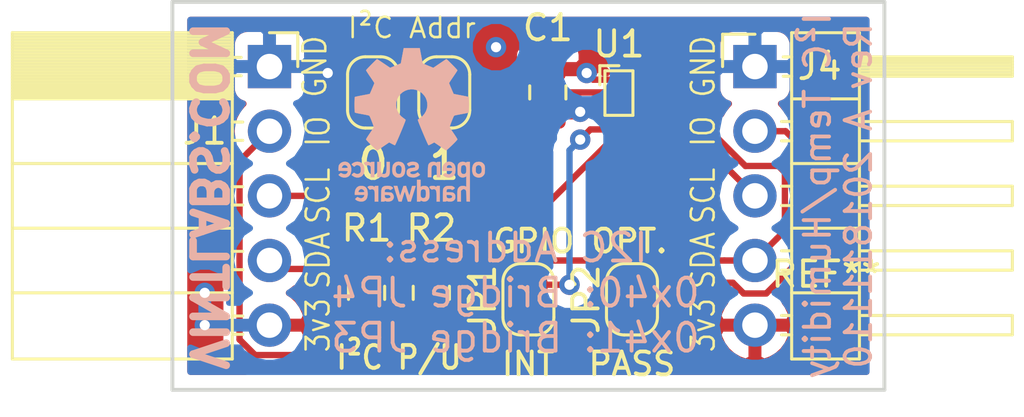
<source format=kicad_pcb>
(kicad_pcb (version 20171130) (host pcbnew 5.0.0)

  (general
    (thickness 1.6)
    (drawings 25)
    (tracks 80)
    (zones 0)
    (modules 12)
    (nets 9)
  )

  (page A4)
  (layers
    (0 F.Cu signal)
    (31 B.Cu signal)
    (32 B.Adhes user)
    (33 F.Adhes user)
    (34 B.Paste user)
    (35 F.Paste user)
    (36 B.SilkS user)
    (37 F.SilkS user)
    (38 B.Mask user)
    (39 F.Mask user)
    (40 Dwgs.User user)
    (41 Cmts.User user)
    (42 Eco1.User user)
    (43 Eco2.User user)
    (44 Edge.Cuts user)
    (45 Margin user)
    (46 B.CrtYd user)
    (47 F.CrtYd user)
    (48 B.Fab user)
    (49 F.Fab user)
  )

  (setup
    (last_trace_width 0.25)
    (user_trace_width 0.5)
    (trace_clearance 0.2)
    (zone_clearance 0.508)
    (zone_45_only no)
    (trace_min 0.2)
    (segment_width 0.2)
    (edge_width 0.15)
    (via_size 0.8)
    (via_drill 0.4)
    (via_min_size 0.4)
    (via_min_drill 0.3)
    (uvia_size 0.3)
    (uvia_drill 0.1)
    (uvias_allowed no)
    (uvia_min_size 0.2)
    (uvia_min_drill 0.1)
    (pcb_text_width 0.3)
    (pcb_text_size 1.5 1.5)
    (mod_edge_width 0.15)
    (mod_text_size 1 1)
    (mod_text_width 0.15)
    (pad_size 3.35 3.35)
    (pad_drill 0)
    (pad_to_mask_clearance 0.2)
    (aux_axis_origin 0 0)
    (visible_elements FFFFFF7F)
    (pcbplotparams
      (layerselection 0x010fc_ffffffff)
      (usegerberextensions false)
      (usegerberattributes false)
      (usegerberadvancedattributes false)
      (creategerberjobfile false)
      (excludeedgelayer true)
      (linewidth 0.100000)
      (plotframeref false)
      (viasonmask false)
      (mode 1)
      (useauxorigin false)
      (hpglpennumber 1)
      (hpglpenspeed 20)
      (hpglpendiameter 15.000000)
      (psnegative false)
      (psa4output false)
      (plotreference true)
      (plotvalue true)
      (plotinvisibletext false)
      (padsonsilk false)
      (subtractmaskfromsilk false)
      (outputformat 0)
      (mirror false)
      (drillshape 0)
      (scaleselection 1)
      (outputdirectory "pdf/"))
  )

  (net 0 "")
  (net 1 VDD)
  (net 2 SDA)
  (net 3 SCL)
  (net 4 Earth)
  (net 5 "Net-(JP1-Pad2)")
  (net 6 "Net-(JP3-Pad2)")
  (net 7 GPIO)
  (net 8 GPIO_PASSTHRU)

  (net_class Default "This is the default net class."
    (clearance 0.2)
    (trace_width 0.25)
    (via_dia 0.8)
    (via_drill 0.4)
    (uvia_dia 0.3)
    (uvia_drill 0.1)
    (add_net Earth)
    (add_net GPIO)
    (add_net GPIO_PASSTHRU)
    (add_net "Net-(JP1-Pad2)")
    (add_net "Net-(JP3-Pad2)")
    (add_net SCL)
    (add_net SDA)
    (add_net VDD)
  )

  (module Fiducial:Fiducial_0.75mm_Dia_1.5mm_Outer (layer F.Cu) (tedit 5BE785CC) (tstamp 5BF45AB5)
    (at 204.724 91.44)
    (descr "Circular Fiducial, 0.75mm bare copper top; 1.5mm keepout (Level B)")
    (tags marker)
    (attr virtual)
    (fp_text reference REF** (at 0 -2) (layer F.SilkS)
      (effects (font (size 1 1) (thickness 0.15)))
    )
    (fp_text value Fiducial_0.75mm_Dia_1.5mm_Outer (at 0.1143 4.6863) (layer F.Fab) hide
      (effects (font (size 1 1) (thickness 0.15)))
    )
    (fp_circle (center 0 0) (end 1 0) (layer F.CrtYd) (width 0.05))
    (fp_text user %R (at 0 0) (layer F.Fab)
      (effects (font (size 0.3 0.3) (thickness 0.05)))
    )
    (fp_circle (center 0 0) (end 0.75 0) (layer F.Fab) (width 0.1))
    (pad ~ smd circle (at 0 0) (size 0.75 0.75) (layers F.Cu F.Mask)
      (solder_mask_margin 0.375) (clearance 0.375))
  )

  (module Jumper:SolderJumper-2_P1.3mm_Bridged_RoundedPad1.0x1.5mm (layer F.Cu) (tedit 5BE778A0) (tstamp 5BF421B1)
    (at 197.104 90.424 90)
    (descr "SMD Solder Jumper, 1x1.5mm, rounded Pads, 0.3mm gap, bridged with 1 copper strip")
    (tags "solder jumper open")
    (path /5BE8438C)
    (attr virtual)
    (fp_text reference JP2 (at 0 -1.8 90) (layer F.SilkS)
      (effects (font (size 1 1) (thickness 0.15)))
    )
    (fp_text value SolderJumper_2_Bridged (at 0 1.9 90) (layer F.Fab) hide
      (effects (font (size 1 1) (thickness 0.15)))
    )
    (fp_arc (start 0.7 -0.3) (end 1.4 -0.3) (angle -90) (layer F.SilkS) (width 0.12))
    (fp_arc (start 0.7 0.3) (end 0.7 1) (angle -90) (layer F.SilkS) (width 0.12))
    (fp_arc (start -0.7 0.3) (end -1.4 0.3) (angle -90) (layer F.SilkS) (width 0.12))
    (fp_arc (start -0.7 -0.3) (end -0.7 -1) (angle -90) (layer F.SilkS) (width 0.12))
    (fp_line (start -1.4 0.3) (end -1.4 -0.3) (layer F.SilkS) (width 0.12))
    (fp_line (start 0.7 1) (end -0.7 1) (layer F.SilkS) (width 0.12))
    (fp_line (start 1.4 -0.3) (end 1.4 0.3) (layer F.SilkS) (width 0.12))
    (fp_line (start -0.7 -1) (end 0.7 -1) (layer F.SilkS) (width 0.12))
    (fp_line (start -1.65 -1.25) (end 1.65 -1.25) (layer F.CrtYd) (width 0.05))
    (fp_line (start -1.65 -1.25) (end -1.65 1.25) (layer F.CrtYd) (width 0.05))
    (fp_line (start 1.65 1.25) (end 1.65 -1.25) (layer F.CrtYd) (width 0.05))
    (fp_line (start 1.65 1.25) (end -1.65 1.25) (layer F.CrtYd) (width 0.05))
    (pad 1 smd custom (at -0.65 0 90) (size 1 0.5) (layers F.Cu F.Mask)
      (net 7 GPIO) (zone_connect 0)
      (options (clearance outline) (anchor rect))
      (primitives
        (gr_circle (center 0 0.25) (end 0.5 0.25) (width 0))
        (gr_circle (center 0 -0.25) (end 0.5 -0.25) (width 0))
        (gr_poly (pts
           (xy 0 -0.75) (xy 0.5 -0.75) (xy 0.5 0.75) (xy 0 0.75)) (width 0))
        (gr_poly (pts
           (xy 0.9 -0.3) (xy 0.4 -0.3) (xy 0.4 0.3) (xy 0.9 0.3)) (width 0))
      ))
    (pad 2 smd custom (at 0.65 0 90) (size 1 0.5) (layers F.Cu F.Mask)
      (net 8 GPIO_PASSTHRU) (zone_connect 0)
      (options (clearance outline) (anchor rect))
      (primitives
        (gr_circle (center 0 0.25) (end 0.5 0.25) (width 0))
        (gr_circle (center 0 -0.25) (end 0.5 -0.25) (width 0))
        (gr_poly (pts
           (xy 0 -0.75) (xy -0.5 -0.75) (xy -0.5 0.75) (xy 0 0.75)) (width 0))
      ))
  )

  (module Jumper:SolderJumper-2_P1.3mm_Open_RoundedPad1.0x1.5mm (layer F.Cu) (tedit 5BE778BF) (tstamp 5BF4219F)
    (at 186.944 82.296 90)
    (descr "SMD Solder Jumper, 1x1.5mm, rounded Pads, 0.3mm gap, open")
    (tags "solder jumper open")
    (path /5BE80BF4)
    (attr virtual)
    (fp_text reference JP4 (at 0 -1.8 90) (layer F.SilkS) hide
      (effects (font (size 1 1) (thickness 0.15)))
    )
    (fp_text value SolderJumper_2_Open (at 0 1.9 90) (layer F.Fab) hide
      (effects (font (size 1 1) (thickness 0.15)))
    )
    (fp_arc (start 0.7 -0.3) (end 1.4 -0.3) (angle -90) (layer F.SilkS) (width 0.12))
    (fp_arc (start 0.7 0.3) (end 0.7 1) (angle -90) (layer F.SilkS) (width 0.12))
    (fp_arc (start -0.7 0.3) (end -1.4 0.3) (angle -90) (layer F.SilkS) (width 0.12))
    (fp_arc (start -0.7 -0.3) (end -0.7 -1) (angle -90) (layer F.SilkS) (width 0.12))
    (fp_line (start -1.4 0.3) (end -1.4 -0.3) (layer F.SilkS) (width 0.12))
    (fp_line (start 0.7 1) (end -0.7 1) (layer F.SilkS) (width 0.12))
    (fp_line (start 1.4 -0.3) (end 1.4 0.3) (layer F.SilkS) (width 0.12))
    (fp_line (start -0.7 -1) (end 0.7 -1) (layer F.SilkS) (width 0.12))
    (fp_line (start -1.65 -1.25) (end 1.65 -1.25) (layer F.CrtYd) (width 0.05))
    (fp_line (start -1.65 -1.25) (end -1.65 1.25) (layer F.CrtYd) (width 0.05))
    (fp_line (start 1.65 1.25) (end 1.65 -1.25) (layer F.CrtYd) (width 0.05))
    (fp_line (start 1.65 1.25) (end -1.65 1.25) (layer F.CrtYd) (width 0.05))
    (pad 1 smd custom (at -0.65 0 90) (size 1 0.5) (layers F.Cu F.Mask)
      (net 6 "Net-(JP3-Pad2)") (zone_connect 0)
      (options (clearance outline) (anchor rect))
      (primitives
        (gr_circle (center 0 0.25) (end 0.5 0.25) (width 0))
        (gr_circle (center 0 -0.25) (end 0.5 -0.25) (width 0))
        (gr_poly (pts
           (xy 0 -0.75) (xy 0.5 -0.75) (xy 0.5 0.75) (xy 0 0.75)) (width 0))
      ))
    (pad 2 smd custom (at 0.65 0 90) (size 1 0.5) (layers F.Cu F.Mask)
      (net 4 Earth) (zone_connect 0)
      (options (clearance outline) (anchor rect))
      (primitives
        (gr_circle (center 0 0.25) (end 0.5 0.25) (width 0))
        (gr_circle (center 0 -0.25) (end 0.5 -0.25) (width 0))
        (gr_poly (pts
           (xy 0 -0.75) (xy -0.5 -0.75) (xy -0.5 0.75) (xy 0 0.75)) (width 0))
      ))
  )

  (module Jumper:SolderJumper-2_P1.3mm_Open_RoundedPad1.0x1.5mm (layer F.Cu) (tedit 5BE778C4) (tstamp 5BF4218D)
    (at 189.738 82.296 270)
    (descr "SMD Solder Jumper, 1x1.5mm, rounded Pads, 0.3mm gap, open")
    (tags "solder jumper open")
    (path /5BE80B68)
    (attr virtual)
    (fp_text reference JP3 (at 0 -1.8 270) (layer F.SilkS) hide
      (effects (font (size 1 1) (thickness 0.15)))
    )
    (fp_text value SolderJumper_2_Open (at 0 1.9 270) (layer F.Fab) hide
      (effects (font (size 1 1) (thickness 0.15)))
    )
    (fp_line (start 1.65 1.25) (end -1.65 1.25) (layer F.CrtYd) (width 0.05))
    (fp_line (start 1.65 1.25) (end 1.65 -1.25) (layer F.CrtYd) (width 0.05))
    (fp_line (start -1.65 -1.25) (end -1.65 1.25) (layer F.CrtYd) (width 0.05))
    (fp_line (start -1.65 -1.25) (end 1.65 -1.25) (layer F.CrtYd) (width 0.05))
    (fp_line (start -0.7 -1) (end 0.7 -1) (layer F.SilkS) (width 0.12))
    (fp_line (start 1.4 -0.3) (end 1.4 0.3) (layer F.SilkS) (width 0.12))
    (fp_line (start 0.7 1) (end -0.7 1) (layer F.SilkS) (width 0.12))
    (fp_line (start -1.4 0.3) (end -1.4 -0.3) (layer F.SilkS) (width 0.12))
    (fp_arc (start -0.7 -0.3) (end -0.7 -1) (angle -90) (layer F.SilkS) (width 0.12))
    (fp_arc (start -0.7 0.3) (end -1.4 0.3) (angle -90) (layer F.SilkS) (width 0.12))
    (fp_arc (start 0.7 0.3) (end 0.7 1) (angle -90) (layer F.SilkS) (width 0.12))
    (fp_arc (start 0.7 -0.3) (end 1.4 -0.3) (angle -90) (layer F.SilkS) (width 0.12))
    (pad 2 smd custom (at 0.65 0 270) (size 1 0.5) (layers F.Cu F.Mask)
      (net 6 "Net-(JP3-Pad2)") (zone_connect 0)
      (options (clearance outline) (anchor rect))
      (primitives
        (gr_circle (center 0 0.25) (end 0.5 0.25) (width 0))
        (gr_circle (center 0 -0.25) (end 0.5 -0.25) (width 0))
        (gr_poly (pts
           (xy 0 -0.75) (xy -0.5 -0.75) (xy -0.5 0.75) (xy 0 0.75)) (width 0))
      ))
    (pad 1 smd custom (at -0.65 0 270) (size 1 0.5) (layers F.Cu F.Mask)
      (net 1 VDD) (zone_connect 0)
      (options (clearance outline) (anchor rect))
      (primitives
        (gr_circle (center 0 0.25) (end 0.5 0.25) (width 0))
        (gr_circle (center 0 -0.25) (end 0.5 -0.25) (width 0))
        (gr_poly (pts
           (xy 0 -0.75) (xy 0.5 -0.75) (xy 0.5 0.75) (xy 0 0.75)) (width 0))
      ))
  )

  (module Jumper:SolderJumper-2_P1.3mm_Open_RoundedPad1.0x1.5mm (layer F.Cu) (tedit 5BE7789C) (tstamp 5BF4217B)
    (at 193.04 90.424 90)
    (descr "SMD Solder Jumper, 1x1.5mm, rounded Pads, 0.3mm gap, open")
    (tags "solder jumper open")
    (path /5BE8347C)
    (attr virtual)
    (fp_text reference JP1 (at 0 -1.8 90) (layer F.SilkS)
      (effects (font (size 1 1) (thickness 0.15)))
    )
    (fp_text value SolderJumper_2_Open (at 0 1.9 90) (layer F.Fab) hide
      (effects (font (size 1 1) (thickness 0.15)))
    )
    (fp_arc (start 0.7 -0.3) (end 1.4 -0.3) (angle -90) (layer F.SilkS) (width 0.12))
    (fp_arc (start 0.7 0.3) (end 0.7 1) (angle -90) (layer F.SilkS) (width 0.12))
    (fp_arc (start -0.7 0.3) (end -1.4 0.3) (angle -90) (layer F.SilkS) (width 0.12))
    (fp_arc (start -0.7 -0.3) (end -0.7 -1) (angle -90) (layer F.SilkS) (width 0.12))
    (fp_line (start -1.4 0.3) (end -1.4 -0.3) (layer F.SilkS) (width 0.12))
    (fp_line (start 0.7 1) (end -0.7 1) (layer F.SilkS) (width 0.12))
    (fp_line (start 1.4 -0.3) (end 1.4 0.3) (layer F.SilkS) (width 0.12))
    (fp_line (start -0.7 -1) (end 0.7 -1) (layer F.SilkS) (width 0.12))
    (fp_line (start -1.65 -1.25) (end 1.65 -1.25) (layer F.CrtYd) (width 0.05))
    (fp_line (start -1.65 -1.25) (end -1.65 1.25) (layer F.CrtYd) (width 0.05))
    (fp_line (start 1.65 1.25) (end 1.65 -1.25) (layer F.CrtYd) (width 0.05))
    (fp_line (start 1.65 1.25) (end -1.65 1.25) (layer F.CrtYd) (width 0.05))
    (pad 1 smd custom (at -0.65 0 90) (size 1 0.5) (layers F.Cu F.Mask)
      (net 7 GPIO) (zone_connect 0)
      (options (clearance outline) (anchor rect))
      (primitives
        (gr_circle (center 0 0.25) (end 0.5 0.25) (width 0))
        (gr_circle (center 0 -0.25) (end 0.5 -0.25) (width 0))
        (gr_poly (pts
           (xy 0 -0.75) (xy 0.5 -0.75) (xy 0.5 0.75) (xy 0 0.75)) (width 0))
      ))
    (pad 2 smd custom (at 0.65 0 90) (size 1 0.5) (layers F.Cu F.Mask)
      (net 5 "Net-(JP1-Pad2)") (zone_connect 0)
      (options (clearance outline) (anchor rect))
      (primitives
        (gr_circle (center 0 0.25) (end 0.5 0.25) (width 0))
        (gr_circle (center 0 -0.25) (end 0.5 -0.25) (width 0))
        (gr_poly (pts
           (xy 0 -0.75) (xy -0.5 -0.75) (xy -0.5 0.75) (xy 0 0.75)) (width 0))
      ))
  )

  (module Package_BGA:Texas_DSBGA-6_0.9x1.4mm_Layout2x3_P0.5mm (layer F.Cu) (tedit 5A0AA1EB) (tstamp 5BF4214B)
    (at 196.592 82.296)
    (descr "Texas Instruments, DSBGA, 0.9x1.4mm, 6 bump 2x3 (perimeter) array, NSMD pad definition (http://www.ti.com/lit/ds/symlink/ts5a3159a.pdf)")
    (tags "Texas Instruments DSBGA BGA YZP R-XBGA-N6")
    (path /5BE7AE11)
    (solder_mask_margin 0.05)
    (attr smd)
    (fp_text reference U1 (at 0 -1.9) (layer F.SilkS)
      (effects (font (size 1 1) (thickness 0.15)))
    )
    (fp_text value HDC2010 (at 0 2) (layer F.Fab)
      (effects (font (size 1 1) (thickness 0.15)))
    )
    (fp_text user %R (at 0 0 90) (layer F.Fab)
      (effects (font (size 0.4 0.4) (thickness 0.05)))
    )
    (fp_line (start -1.47 -1.7) (end 1.47 -1.7) (layer F.CrtYd) (width 0.05))
    (fp_line (start -1.47 -1.7) (end -1.47 1.7) (layer F.CrtYd) (width 0.05))
    (fp_line (start 1.47 1.7) (end 1.47 -1.7) (layer F.CrtYd) (width 0.05))
    (fp_line (start 1.47 1.7) (end -1.47 1.7) (layer F.CrtYd) (width 0.05))
    (fp_line (start -0.47 -0.53) (end -0.3 -0.7) (layer F.Fab) (width 0.1))
    (fp_line (start -0.47 -0.53) (end -0.47 0.7) (layer F.Fab) (width 0.1))
    (fp_line (start 0.47 -0.7) (end -0.3 -0.7) (layer F.Fab) (width 0.1))
    (fp_line (start 0.47 0.7) (end 0.47 -0.7) (layer F.Fab) (width 0.1))
    (fp_line (start -0.47 0.7) (end 0.47 0.7) (layer F.Fab) (width 0.1))
    (fp_line (start -0.55 -0.85) (end -0.55 0.9) (layer F.SilkS) (width 0.12))
    (fp_line (start 0.55 -0.85) (end -0.55 -0.85) (layer F.SilkS) (width 0.12))
    (fp_line (start 0.55 -0.85) (end 0.55 0.9) (layer F.SilkS) (width 0.12))
    (fp_line (start -0.55 0.9) (end 0.55 0.9) (layer F.SilkS) (width 0.12))
    (fp_line (start 0 -1.05) (end -0.75 -1.05) (layer F.SilkS) (width 0.12))
    (fp_line (start -0.75 -1.05) (end -0.75 -0.3) (layer F.SilkS) (width 0.12))
    (pad C1 smd circle (at -0.25 0.5) (size 0.265 0.265) (layers F.Cu F.Mask)
      (net 4 Earth))
    (pad C2 smd circle (at 0.25 0.5) (size 0.265 0.265) (layers F.Cu F.Mask)
      (net 5 "Net-(JP1-Pad2)"))
    (pad A2 smd circle (at 0.25 -0.5) (size 0.265 0.265) (layers F.Cu F.Mask)
      (net 2 SDA))
    (pad A1 smd circle (at -0.25 -0.5) (size 0.265 0.265) (layers F.Cu F.Mask)
      (net 1 VDD))
    (pad B1 smd circle (at -0.25 0) (size 0.265 0.265) (layers F.Cu F.Mask)
      (net 6 "Net-(JP3-Pad2)"))
    (pad B2 smd circle (at 0.25 0) (size 0.265 0.265) (layers F.Cu F.Mask)
      (net 3 SCL))
    (pad "" smd rect (at -0.25 0.5) (size 0.3 0.3) (layers F.Paste))
    (pad "" smd rect (at 0.25 0.5) (size 0.3 0.3) (layers F.Paste))
    (pad "" smd rect (at 0.25 -0.5) (size 0.3 0.3) (layers F.Paste))
    (pad "" smd rect (at -0.25 -0.5) (size 0.3 0.3) (layers F.Paste))
    (pad "" smd rect (at -0.25 0) (size 0.3 0.3) (layers F.Paste))
    (pad "" smd rect (at 0.25 0) (size 0.3 0.3) (layers F.Paste))
    (model ${KISYS3DMOD}/Package_BGA.3dshapes/Texas_DSBGA-6_0.9x1.4mm_Layout2x3_P0.5mm.wrl
      (at (xyz 0 0 0))
      (scale (xyz 1 1 1))
      (rotate (xyz 0 0 0))
    )
  )

  (module Connector_PinHeader_2.54mm:PinHeader_1x05_P2.54mm_Horizontal (layer F.Cu) (tedit 59FED5CB) (tstamp 5BC93276)
    (at 201.93 81.28)
    (descr "Through hole angled pin header, 1x05, 2.54mm pitch, 6mm pin length, single row")
    (tags "Through hole angled pin header THT 1x05 2.54mm single row")
    (path /5BC4960F)
    (fp_text reference J4 (at 2.54 0) (layer F.SilkS)
      (effects (font (size 1 1) (thickness 0.15)))
    )
    (fp_text value Conn_01x05 (at 4.385 12.43) (layer F.Fab)
      (effects (font (size 1 1) (thickness 0.15)))
    )
    (fp_line (start 2.135 -1.27) (end 4.04 -1.27) (layer F.Fab) (width 0.1))
    (fp_line (start 4.04 -1.27) (end 4.04 11.43) (layer F.Fab) (width 0.1))
    (fp_line (start 4.04 11.43) (end 1.5 11.43) (layer F.Fab) (width 0.1))
    (fp_line (start 1.5 11.43) (end 1.5 -0.635) (layer F.Fab) (width 0.1))
    (fp_line (start 1.5 -0.635) (end 2.135 -1.27) (layer F.Fab) (width 0.1))
    (fp_line (start -0.32 -0.32) (end 1.5 -0.32) (layer F.Fab) (width 0.1))
    (fp_line (start -0.32 -0.32) (end -0.32 0.32) (layer F.Fab) (width 0.1))
    (fp_line (start -0.32 0.32) (end 1.5 0.32) (layer F.Fab) (width 0.1))
    (fp_line (start 4.04 -0.32) (end 10.04 -0.32) (layer F.Fab) (width 0.1))
    (fp_line (start 10.04 -0.32) (end 10.04 0.32) (layer F.Fab) (width 0.1))
    (fp_line (start 4.04 0.32) (end 10.04 0.32) (layer F.Fab) (width 0.1))
    (fp_line (start -0.32 2.22) (end 1.5 2.22) (layer F.Fab) (width 0.1))
    (fp_line (start -0.32 2.22) (end -0.32 2.86) (layer F.Fab) (width 0.1))
    (fp_line (start -0.32 2.86) (end 1.5 2.86) (layer F.Fab) (width 0.1))
    (fp_line (start 4.04 2.22) (end 10.04 2.22) (layer F.Fab) (width 0.1))
    (fp_line (start 10.04 2.22) (end 10.04 2.86) (layer F.Fab) (width 0.1))
    (fp_line (start 4.04 2.86) (end 10.04 2.86) (layer F.Fab) (width 0.1))
    (fp_line (start -0.32 4.76) (end 1.5 4.76) (layer F.Fab) (width 0.1))
    (fp_line (start -0.32 4.76) (end -0.32 5.4) (layer F.Fab) (width 0.1))
    (fp_line (start -0.32 5.4) (end 1.5 5.4) (layer F.Fab) (width 0.1))
    (fp_line (start 4.04 4.76) (end 10.04 4.76) (layer F.Fab) (width 0.1))
    (fp_line (start 10.04 4.76) (end 10.04 5.4) (layer F.Fab) (width 0.1))
    (fp_line (start 4.04 5.4) (end 10.04 5.4) (layer F.Fab) (width 0.1))
    (fp_line (start -0.32 7.3) (end 1.5 7.3) (layer F.Fab) (width 0.1))
    (fp_line (start -0.32 7.3) (end -0.32 7.94) (layer F.Fab) (width 0.1))
    (fp_line (start -0.32 7.94) (end 1.5 7.94) (layer F.Fab) (width 0.1))
    (fp_line (start 4.04 7.3) (end 10.04 7.3) (layer F.Fab) (width 0.1))
    (fp_line (start 10.04 7.3) (end 10.04 7.94) (layer F.Fab) (width 0.1))
    (fp_line (start 4.04 7.94) (end 10.04 7.94) (layer F.Fab) (width 0.1))
    (fp_line (start -0.32 9.84) (end 1.5 9.84) (layer F.Fab) (width 0.1))
    (fp_line (start -0.32 9.84) (end -0.32 10.48) (layer F.Fab) (width 0.1))
    (fp_line (start -0.32 10.48) (end 1.5 10.48) (layer F.Fab) (width 0.1))
    (fp_line (start 4.04 9.84) (end 10.04 9.84) (layer F.Fab) (width 0.1))
    (fp_line (start 10.04 9.84) (end 10.04 10.48) (layer F.Fab) (width 0.1))
    (fp_line (start 4.04 10.48) (end 10.04 10.48) (layer F.Fab) (width 0.1))
    (fp_line (start 1.44 -1.33) (end 1.44 11.49) (layer F.SilkS) (width 0.12))
    (fp_line (start 1.44 11.49) (end 4.1 11.49) (layer F.SilkS) (width 0.12))
    (fp_line (start 4.1 11.49) (end 4.1 -1.33) (layer F.SilkS) (width 0.12))
    (fp_line (start 4.1 -1.33) (end 1.44 -1.33) (layer F.SilkS) (width 0.12))
    (fp_line (start 4.1 -0.38) (end 10.1 -0.38) (layer F.SilkS) (width 0.12))
    (fp_line (start 10.1 -0.38) (end 10.1 0.38) (layer F.SilkS) (width 0.12))
    (fp_line (start 10.1 0.38) (end 4.1 0.38) (layer F.SilkS) (width 0.12))
    (fp_line (start 4.1 -0.32) (end 10.1 -0.32) (layer F.SilkS) (width 0.12))
    (fp_line (start 4.1 -0.2) (end 10.1 -0.2) (layer F.SilkS) (width 0.12))
    (fp_line (start 4.1 -0.08) (end 10.1 -0.08) (layer F.SilkS) (width 0.12))
    (fp_line (start 4.1 0.04) (end 10.1 0.04) (layer F.SilkS) (width 0.12))
    (fp_line (start 4.1 0.16) (end 10.1 0.16) (layer F.SilkS) (width 0.12))
    (fp_line (start 4.1 0.28) (end 10.1 0.28) (layer F.SilkS) (width 0.12))
    (fp_line (start 1.11 -0.38) (end 1.44 -0.38) (layer F.SilkS) (width 0.12))
    (fp_line (start 1.11 0.38) (end 1.44 0.38) (layer F.SilkS) (width 0.12))
    (fp_line (start 1.44 1.27) (end 4.1 1.27) (layer F.SilkS) (width 0.12))
    (fp_line (start 4.1 2.16) (end 10.1 2.16) (layer F.SilkS) (width 0.12))
    (fp_line (start 10.1 2.16) (end 10.1 2.92) (layer F.SilkS) (width 0.12))
    (fp_line (start 10.1 2.92) (end 4.1 2.92) (layer F.SilkS) (width 0.12))
    (fp_line (start 1.042929 2.16) (end 1.44 2.16) (layer F.SilkS) (width 0.12))
    (fp_line (start 1.042929 2.92) (end 1.44 2.92) (layer F.SilkS) (width 0.12))
    (fp_line (start 1.44 3.81) (end 4.1 3.81) (layer F.SilkS) (width 0.12))
    (fp_line (start 4.1 4.7) (end 10.1 4.7) (layer F.SilkS) (width 0.12))
    (fp_line (start 10.1 4.7) (end 10.1 5.46) (layer F.SilkS) (width 0.12))
    (fp_line (start 10.1 5.46) (end 4.1 5.46) (layer F.SilkS) (width 0.12))
    (fp_line (start 1.042929 4.7) (end 1.44 4.7) (layer F.SilkS) (width 0.12))
    (fp_line (start 1.042929 5.46) (end 1.44 5.46) (layer F.SilkS) (width 0.12))
    (fp_line (start 1.44 6.35) (end 4.1 6.35) (layer F.SilkS) (width 0.12))
    (fp_line (start 4.1 7.24) (end 10.1 7.24) (layer F.SilkS) (width 0.12))
    (fp_line (start 10.1 7.24) (end 10.1 8) (layer F.SilkS) (width 0.12))
    (fp_line (start 10.1 8) (end 4.1 8) (layer F.SilkS) (width 0.12))
    (fp_line (start 1.042929 7.24) (end 1.44 7.24) (layer F.SilkS) (width 0.12))
    (fp_line (start 1.042929 8) (end 1.44 8) (layer F.SilkS) (width 0.12))
    (fp_line (start 1.44 8.89) (end 4.1 8.89) (layer F.SilkS) (width 0.12))
    (fp_line (start 4.1 9.78) (end 10.1 9.78) (layer F.SilkS) (width 0.12))
    (fp_line (start 10.1 9.78) (end 10.1 10.54) (layer F.SilkS) (width 0.12))
    (fp_line (start 10.1 10.54) (end 4.1 10.54) (layer F.SilkS) (width 0.12))
    (fp_line (start 1.042929 9.78) (end 1.44 9.78) (layer F.SilkS) (width 0.12))
    (fp_line (start 1.042929 10.54) (end 1.44 10.54) (layer F.SilkS) (width 0.12))
    (fp_line (start -1.27 0) (end -1.27 -1.27) (layer F.SilkS) (width 0.12))
    (fp_line (start -1.27 -1.27) (end 0 -1.27) (layer F.SilkS) (width 0.12))
    (fp_line (start -1.8 -1.8) (end -1.8 11.95) (layer F.CrtYd) (width 0.05))
    (fp_line (start -1.8 11.95) (end 10.55 11.95) (layer F.CrtYd) (width 0.05))
    (fp_line (start 10.55 11.95) (end 10.55 -1.8) (layer F.CrtYd) (width 0.05))
    (fp_line (start 10.55 -1.8) (end -1.8 -1.8) (layer F.CrtYd) (width 0.05))
    (fp_text user %R (at 2.77 5.08 90) (layer F.Fab)
      (effects (font (size 1 1) (thickness 0.15)))
    )
    (pad 1 thru_hole rect (at 0 0) (size 1.7 1.7) (drill 1) (layers *.Cu *.Mask)
      (net 4 Earth))
    (pad 2 thru_hole oval (at 0 2.54) (size 1.7 1.7) (drill 1) (layers *.Cu *.Mask)
      (net 8 GPIO_PASSTHRU))
    (pad 3 thru_hole oval (at 0 5.08) (size 1.7 1.7) (drill 1) (layers *.Cu *.Mask)
      (net 3 SCL))
    (pad 4 thru_hole oval (at 0 7.62) (size 1.7 1.7) (drill 1) (layers *.Cu *.Mask)
      (net 2 SDA))
    (pad 5 thru_hole oval (at 0 10.16) (size 1.7 1.7) (drill 1) (layers *.Cu *.Mask)
      (net 1 VDD))
    (model ${KISYS3DMOD}/Connector_PinHeader_2.54mm.3dshapes/PinHeader_1x05_P2.54mm_Horizontal.wrl
      (at (xyz 0 0 0))
      (scale (xyz 1 1 1))
      (rotate (xyz 0 0 0))
    )
  )

  (module Connector_PinSocket_2.54mm:PinSocket_1x05_P2.54mm_Horizontal (layer F.Cu) (tedit 5A19A431) (tstamp 5BC9322C)
    (at 182.88 81.28)
    (descr "Through hole angled socket strip, 1x05, 2.54mm pitch, 8.51mm socket length, single row (from Kicad 4.0.7), script generated")
    (tags "Through hole angled socket strip THT 1x05 2.54mm single row")
    (path /5BC0CED6)
    (fp_text reference J1 (at -2.54 2.54) (layer F.SilkS)
      (effects (font (size 1 1) (thickness 0.15)))
    )
    (fp_text value Conn_01x05 (at -4.38 12.93) (layer F.Fab)
      (effects (font (size 1 1) (thickness 0.15)))
    )
    (fp_line (start -10.03 -1.27) (end -2.49 -1.27) (layer F.Fab) (width 0.1))
    (fp_line (start -2.49 -1.27) (end -1.52 -0.3) (layer F.Fab) (width 0.1))
    (fp_line (start -1.52 -0.3) (end -1.52 11.43) (layer F.Fab) (width 0.1))
    (fp_line (start -1.52 11.43) (end -10.03 11.43) (layer F.Fab) (width 0.1))
    (fp_line (start -10.03 11.43) (end -10.03 -1.27) (layer F.Fab) (width 0.1))
    (fp_line (start 0 -0.3) (end -1.52 -0.3) (layer F.Fab) (width 0.1))
    (fp_line (start -1.52 0.3) (end 0 0.3) (layer F.Fab) (width 0.1))
    (fp_line (start 0 0.3) (end 0 -0.3) (layer F.Fab) (width 0.1))
    (fp_line (start 0 2.24) (end -1.52 2.24) (layer F.Fab) (width 0.1))
    (fp_line (start -1.52 2.84) (end 0 2.84) (layer F.Fab) (width 0.1))
    (fp_line (start 0 2.84) (end 0 2.24) (layer F.Fab) (width 0.1))
    (fp_line (start 0 4.78) (end -1.52 4.78) (layer F.Fab) (width 0.1))
    (fp_line (start -1.52 5.38) (end 0 5.38) (layer F.Fab) (width 0.1))
    (fp_line (start 0 5.38) (end 0 4.78) (layer F.Fab) (width 0.1))
    (fp_line (start 0 7.32) (end -1.52 7.32) (layer F.Fab) (width 0.1))
    (fp_line (start -1.52 7.92) (end 0 7.92) (layer F.Fab) (width 0.1))
    (fp_line (start 0 7.92) (end 0 7.32) (layer F.Fab) (width 0.1))
    (fp_line (start 0 9.86) (end -1.52 9.86) (layer F.Fab) (width 0.1))
    (fp_line (start -1.52 10.46) (end 0 10.46) (layer F.Fab) (width 0.1))
    (fp_line (start 0 10.46) (end 0 9.86) (layer F.Fab) (width 0.1))
    (fp_line (start -10.09 -1.21) (end -1.46 -1.21) (layer F.SilkS) (width 0.12))
    (fp_line (start -10.09 -1.091905) (end -1.46 -1.091905) (layer F.SilkS) (width 0.12))
    (fp_line (start -10.09 -0.97381) (end -1.46 -0.97381) (layer F.SilkS) (width 0.12))
    (fp_line (start -10.09 -0.855715) (end -1.46 -0.855715) (layer F.SilkS) (width 0.12))
    (fp_line (start -10.09 -0.73762) (end -1.46 -0.73762) (layer F.SilkS) (width 0.12))
    (fp_line (start -10.09 -0.619525) (end -1.46 -0.619525) (layer F.SilkS) (width 0.12))
    (fp_line (start -10.09 -0.50143) (end -1.46 -0.50143) (layer F.SilkS) (width 0.12))
    (fp_line (start -10.09 -0.383335) (end -1.46 -0.383335) (layer F.SilkS) (width 0.12))
    (fp_line (start -10.09 -0.26524) (end -1.46 -0.26524) (layer F.SilkS) (width 0.12))
    (fp_line (start -10.09 -0.147145) (end -1.46 -0.147145) (layer F.SilkS) (width 0.12))
    (fp_line (start -10.09 -0.02905) (end -1.46 -0.02905) (layer F.SilkS) (width 0.12))
    (fp_line (start -10.09 0.089045) (end -1.46 0.089045) (layer F.SilkS) (width 0.12))
    (fp_line (start -10.09 0.20714) (end -1.46 0.20714) (layer F.SilkS) (width 0.12))
    (fp_line (start -10.09 0.325235) (end -1.46 0.325235) (layer F.SilkS) (width 0.12))
    (fp_line (start -10.09 0.44333) (end -1.46 0.44333) (layer F.SilkS) (width 0.12))
    (fp_line (start -10.09 0.561425) (end -1.46 0.561425) (layer F.SilkS) (width 0.12))
    (fp_line (start -10.09 0.67952) (end -1.46 0.67952) (layer F.SilkS) (width 0.12))
    (fp_line (start -10.09 0.797615) (end -1.46 0.797615) (layer F.SilkS) (width 0.12))
    (fp_line (start -10.09 0.91571) (end -1.46 0.91571) (layer F.SilkS) (width 0.12))
    (fp_line (start -10.09 1.033805) (end -1.46 1.033805) (layer F.SilkS) (width 0.12))
    (fp_line (start -10.09 1.1519) (end -1.46 1.1519) (layer F.SilkS) (width 0.12))
    (fp_line (start -1.46 -0.36) (end -1.11 -0.36) (layer F.SilkS) (width 0.12))
    (fp_line (start -1.46 0.36) (end -1.11 0.36) (layer F.SilkS) (width 0.12))
    (fp_line (start -1.46 2.18) (end -1.05 2.18) (layer F.SilkS) (width 0.12))
    (fp_line (start -1.46 2.9) (end -1.05 2.9) (layer F.SilkS) (width 0.12))
    (fp_line (start -1.46 4.72) (end -1.05 4.72) (layer F.SilkS) (width 0.12))
    (fp_line (start -1.46 5.44) (end -1.05 5.44) (layer F.SilkS) (width 0.12))
    (fp_line (start -1.46 7.26) (end -1.05 7.26) (layer F.SilkS) (width 0.12))
    (fp_line (start -1.46 7.98) (end -1.05 7.98) (layer F.SilkS) (width 0.12))
    (fp_line (start -1.46 9.8) (end -1.05 9.8) (layer F.SilkS) (width 0.12))
    (fp_line (start -1.46 10.52) (end -1.05 10.52) (layer F.SilkS) (width 0.12))
    (fp_line (start -10.09 1.27) (end -1.46 1.27) (layer F.SilkS) (width 0.12))
    (fp_line (start -10.09 3.81) (end -1.46 3.81) (layer F.SilkS) (width 0.12))
    (fp_line (start -10.09 6.35) (end -1.46 6.35) (layer F.SilkS) (width 0.12))
    (fp_line (start -10.09 8.89) (end -1.46 8.89) (layer F.SilkS) (width 0.12))
    (fp_line (start -10.09 -1.33) (end -1.46 -1.33) (layer F.SilkS) (width 0.12))
    (fp_line (start -1.46 -1.33) (end -1.46 11.49) (layer F.SilkS) (width 0.12))
    (fp_line (start -10.09 11.49) (end -1.46 11.49) (layer F.SilkS) (width 0.12))
    (fp_line (start -10.09 -1.33) (end -10.09 11.49) (layer F.SilkS) (width 0.12))
    (fp_line (start 1.11 -1.33) (end 1.11 0) (layer F.SilkS) (width 0.12))
    (fp_line (start 0 -1.33) (end 1.11 -1.33) (layer F.SilkS) (width 0.12))
    (fp_line (start 1.75 -1.75) (end -10.55 -1.75) (layer F.CrtYd) (width 0.05))
    (fp_line (start -10.55 -1.75) (end -10.55 11.95) (layer F.CrtYd) (width 0.05))
    (fp_line (start -10.55 11.95) (end 1.75 11.95) (layer F.CrtYd) (width 0.05))
    (fp_line (start 1.75 11.95) (end 1.75 -1.75) (layer F.CrtYd) (width 0.05))
    (fp_text user %R (at -5.775 5.08 90) (layer F.Fab)
      (effects (font (size 1 1) (thickness 0.15)))
    )
    (pad 1 thru_hole rect (at 0 0) (size 1.7 1.7) (drill 1) (layers *.Cu *.Mask)
      (net 4 Earth))
    (pad 2 thru_hole oval (at 0 2.54) (size 1.7 1.7) (drill 1) (layers *.Cu *.Mask)
      (net 7 GPIO))
    (pad 3 thru_hole oval (at 0 5.08) (size 1.7 1.7) (drill 1) (layers *.Cu *.Mask)
      (net 3 SCL))
    (pad 4 thru_hole oval (at 0 7.62) (size 1.7 1.7) (drill 1) (layers *.Cu *.Mask)
      (net 2 SDA))
    (pad 5 thru_hole oval (at 0 10.16) (size 1.7 1.7) (drill 1) (layers *.Cu *.Mask)
      (net 1 VDD))
    (model ${KISYS3DMOD}/Connector_PinSocket_2.54mm.3dshapes/PinSocket_1x05_P2.54mm_Horizontal.wrl
      (at (xyz 0 0 0))
      (scale (xyz 1 1 1))
      (rotate (xyz 0 0 0))
    )
  )

  (module Capacitor_SMD:C_0805_2012Metric (layer F.Cu) (tedit 5BBFEB2D) (tstamp 5BCB1204)
    (at 193.802 82.296 270)
    (descr "Capacitor SMD 0805 (2012 Metric), square (rectangular) end terminal, IPC_7351 nominal, (Body size source: https://docs.google.com/spreadsheets/d/1BsfQQcO9C6DZCsRaXUlFlo91Tg2WpOkGARC1WS5S8t0/edit?usp=sharing), generated with kicad-footprint-generator")
    (tags capacitor)
    (path /5BBF23E1)
    (attr smd)
    (fp_text reference C1 (at -2.54 0) (layer F.SilkS)
      (effects (font (size 1 1) (thickness 0.15)))
    )
    (fp_text value 0.1uF (at 0 1.65 270) (layer F.Fab) hide
      (effects (font (size 1 1) (thickness 0.15)))
    )
    (fp_line (start -1 0.6) (end -1 -0.6) (layer F.Fab) (width 0.1))
    (fp_line (start -1 -0.6) (end 1 -0.6) (layer F.Fab) (width 0.1))
    (fp_line (start 1 -0.6) (end 1 0.6) (layer F.Fab) (width 0.1))
    (fp_line (start 1 0.6) (end -1 0.6) (layer F.Fab) (width 0.1))
    (fp_line (start -0.258578 -0.71) (end 0.258578 -0.71) (layer F.SilkS) (width 0.12))
    (fp_line (start -0.258578 0.71) (end 0.258578 0.71) (layer F.SilkS) (width 0.12))
    (fp_line (start -1.68 0.95) (end -1.68 -0.95) (layer F.CrtYd) (width 0.05))
    (fp_line (start -1.68 -0.95) (end 1.68 -0.95) (layer F.CrtYd) (width 0.05))
    (fp_line (start 1.68 -0.95) (end 1.68 0.95) (layer F.CrtYd) (width 0.05))
    (fp_line (start 1.68 0.95) (end -1.68 0.95) (layer F.CrtYd) (width 0.05))
    (fp_text user %R (at 0 0 270) (layer F.Fab)
      (effects (font (size 0.5 0.5) (thickness 0.08)))
    )
    (pad 1 smd roundrect (at -0.9375 0 270) (size 0.975 1.4) (layers F.Cu F.Paste F.Mask) (roundrect_rratio 0.25)
      (net 1 VDD))
    (pad 2 smd roundrect (at 0.9375 0 270) (size 0.975 1.4) (layers F.Cu F.Paste F.Mask) (roundrect_rratio 0.25)
      (net 4 Earth))
    (model ${KISYS3DMOD}/Capacitor_SMD.3dshapes/C_0805_2012Metric.wrl
      (at (xyz 0 0 0))
      (scale (xyz 1 1 1))
      (rotate (xyz 0 0 0))
    )
  )

  (module Resistor_SMD:R_0805_2012Metric (layer F.Cu) (tedit 5BBFE981) (tstamp 5BCB1101)
    (at 189.23 90.17 90)
    (descr "Resistor SMD 0805 (2012 Metric), square (rectangular) end terminal, IPC_7351 nominal, (Body size source: https://docs.google.com/spreadsheets/d/1BsfQQcO9C6DZCsRaXUlFlo91Tg2WpOkGARC1WS5S8t0/edit?usp=sharing), generated with kicad-footprint-generator")
    (tags resistor)
    (path /5BC16F9A)
    (attr smd)
    (fp_text reference R2 (at 2.54 0 180) (layer F.SilkS)
      (effects (font (size 1 1) (thickness 0.15)))
    )
    (fp_text value 10k (at 0 1.65 90) (layer F.Fab) hide
      (effects (font (size 1 1) (thickness 0.15)))
    )
    (fp_text user %R (at 0 0 90) (layer F.Fab)
      (effects (font (size 0.5 0.5) (thickness 0.08)))
    )
    (fp_line (start 1.68 0.95) (end -1.68 0.95) (layer F.CrtYd) (width 0.05))
    (fp_line (start 1.68 -0.95) (end 1.68 0.95) (layer F.CrtYd) (width 0.05))
    (fp_line (start -1.68 -0.95) (end 1.68 -0.95) (layer F.CrtYd) (width 0.05))
    (fp_line (start -1.68 0.95) (end -1.68 -0.95) (layer F.CrtYd) (width 0.05))
    (fp_line (start -0.258578 0.71) (end 0.258578 0.71) (layer F.SilkS) (width 0.12))
    (fp_line (start -0.258578 -0.71) (end 0.258578 -0.71) (layer F.SilkS) (width 0.12))
    (fp_line (start 1 0.6) (end -1 0.6) (layer F.Fab) (width 0.1))
    (fp_line (start 1 -0.6) (end 1 0.6) (layer F.Fab) (width 0.1))
    (fp_line (start -1 -0.6) (end 1 -0.6) (layer F.Fab) (width 0.1))
    (fp_line (start -1 0.6) (end -1 -0.6) (layer F.Fab) (width 0.1))
    (pad 2 smd roundrect (at 0.9375 0 90) (size 0.975 1.4) (layers F.Cu F.Paste F.Mask) (roundrect_rratio 0.25)
      (net 3 SCL))
    (pad 1 smd roundrect (at -0.9375 0 90) (size 0.975 1.4) (layers F.Cu F.Paste F.Mask) (roundrect_rratio 0.25)
      (net 1 VDD))
    (model ${KISYS3DMOD}/Resistor_SMD.3dshapes/R_0805_2012Metric.wrl
      (at (xyz 0 0 0))
      (scale (xyz 1 1 1))
      (rotate (xyz 0 0 0))
    )
  )

  (module Resistor_SMD:R_0805_2012Metric (layer F.Cu) (tedit 5BBFE989) (tstamp 5BCB10F0)
    (at 186.69 90.17 90)
    (descr "Resistor SMD 0805 (2012 Metric), square (rectangular) end terminal, IPC_7351 nominal, (Body size source: https://docs.google.com/spreadsheets/d/1BsfQQcO9C6DZCsRaXUlFlo91Tg2WpOkGARC1WS5S8t0/edit?usp=sharing), generated with kicad-footprint-generator")
    (tags resistor)
    (path /5BC15F6C)
    (attr smd)
    (fp_text reference R1 (at 2.54 0 180) (layer F.SilkS)
      (effects (font (size 1 1) (thickness 0.15)))
    )
    (fp_text value 10k (at 0 1.65 90) (layer F.Fab) hide
      (effects (font (size 1 1) (thickness 0.15)))
    )
    (fp_line (start -1 0.6) (end -1 -0.6) (layer F.Fab) (width 0.1))
    (fp_line (start -1 -0.6) (end 1 -0.6) (layer F.Fab) (width 0.1))
    (fp_line (start 1 -0.6) (end 1 0.6) (layer F.Fab) (width 0.1))
    (fp_line (start 1 0.6) (end -1 0.6) (layer F.Fab) (width 0.1))
    (fp_line (start -0.258578 -0.71) (end 0.258578 -0.71) (layer F.SilkS) (width 0.12))
    (fp_line (start -0.258578 0.71) (end 0.258578 0.71) (layer F.SilkS) (width 0.12))
    (fp_line (start -1.68 0.95) (end -1.68 -0.95) (layer F.CrtYd) (width 0.05))
    (fp_line (start -1.68 -0.95) (end 1.68 -0.95) (layer F.CrtYd) (width 0.05))
    (fp_line (start 1.68 -0.95) (end 1.68 0.95) (layer F.CrtYd) (width 0.05))
    (fp_line (start 1.68 0.95) (end -1.68 0.95) (layer F.CrtYd) (width 0.05))
    (fp_text user %R (at 0 0 90) (layer F.Fab)
      (effects (font (size 0.5 0.5) (thickness 0.08)))
    )
    (pad 1 smd roundrect (at -0.9375 0 90) (size 0.975 1.4) (layers F.Cu F.Paste F.Mask) (roundrect_rratio 0.25)
      (net 1 VDD))
    (pad 2 smd roundrect (at 0.9375 0 90) (size 0.975 1.4) (layers F.Cu F.Paste F.Mask) (roundrect_rratio 0.25)
      (net 2 SDA))
    (model ${KISYS3DMOD}/Resistor_SMD.3dshapes/R_0805_2012Metric.wrl
      (at (xyz 0 0 0))
      (scale (xyz 1 1 1))
      (rotate (xyz 0 0 0))
    )
  )

  (module Symbol:OSHW-Logo_5.7x6mm_SilkScreen (layer B.Cu) (tedit 0) (tstamp 5BF44575)
    (at 188.468 83.566 180)
    (descr "Open Source Hardware Logo")
    (tags "Logo OSHW")
    (attr virtual)
    (fp_text reference REF** (at 0 0 180) (layer B.SilkS) hide
      (effects (font (size 1 1) (thickness 0.15)) (justify mirror))
    )
    (fp_text value OSHW-Logo_5.7x6mm_SilkScreen (at 0.75 0 180) (layer B.Fab) hide
      (effects (font (size 1 1) (thickness 0.15)) (justify mirror))
    )
    (fp_poly (pts (xy 0.376964 2.709982) (xy 0.433812 2.40843) (xy 0.853338 2.235488) (xy 1.104984 2.406605)
      (xy 1.175458 2.45425) (xy 1.239163 2.49679) (xy 1.293126 2.532285) (xy 1.334373 2.55879)
      (xy 1.359934 2.574364) (xy 1.366895 2.577722) (xy 1.379435 2.569086) (xy 1.406231 2.545208)
      (xy 1.44428 2.509141) (xy 1.490579 2.463933) (xy 1.542123 2.412636) (xy 1.595909 2.358299)
      (xy 1.648935 2.303972) (xy 1.698195 2.252705) (xy 1.740687 2.207549) (xy 1.773407 2.171554)
      (xy 1.793351 2.14777) (xy 1.798119 2.13981) (xy 1.791257 2.125135) (xy 1.77202 2.092986)
      (xy 1.74243 2.046508) (xy 1.70451 1.988844) (xy 1.660282 1.92314) (xy 1.634654 1.885664)
      (xy 1.587941 1.817232) (xy 1.546432 1.75548) (xy 1.51214 1.703481) (xy 1.48708 1.664308)
      (xy 1.473264 1.641035) (xy 1.471188 1.636145) (xy 1.475895 1.622245) (xy 1.488723 1.58985)
      (xy 1.507738 1.543515) (xy 1.531003 1.487794) (xy 1.556584 1.427242) (xy 1.582545 1.366414)
      (xy 1.60695 1.309864) (xy 1.627863 1.262148) (xy 1.643349 1.227819) (xy 1.651472 1.211432)
      (xy 1.651952 1.210788) (xy 1.664707 1.207659) (xy 1.698677 1.200679) (xy 1.75034 1.190533)
      (xy 1.816176 1.177908) (xy 1.892664 1.163491) (xy 1.93729 1.155177) (xy 2.019021 1.139616)
      (xy 2.092843 1.124808) (xy 2.155021 1.111564) (xy 2.201822 1.100695) (xy 2.229509 1.093011)
      (xy 2.235074 1.090573) (xy 2.240526 1.07407) (xy 2.244924 1.0368) (xy 2.248272 0.98312)
      (xy 2.250574 0.917388) (xy 2.251832 0.843963) (xy 2.252048 0.767204) (xy 2.251227 0.691468)
      (xy 2.249371 0.621114) (xy 2.246482 0.5605) (xy 2.242565 0.513984) (xy 2.237622 0.485925)
      (xy 2.234657 0.480084) (xy 2.216934 0.473083) (xy 2.179381 0.463073) (xy 2.126964 0.451231)
      (xy 2.064652 0.438733) (xy 2.0429 0.43469) (xy 1.938024 0.41548) (xy 1.85518 0.400009)
      (xy 1.79163 0.387663) (xy 1.744637 0.377827) (xy 1.711463 0.369886) (xy 1.689371 0.363224)
      (xy 1.675624 0.357227) (xy 1.667484 0.351281) (xy 1.666345 0.350106) (xy 1.654977 0.331174)
      (xy 1.637635 0.294331) (xy 1.61605 0.244087) (xy 1.591954 0.184954) (xy 1.567079 0.121444)
      (xy 1.543157 0.058068) (xy 1.521919 -0.000662) (xy 1.505097 -0.050235) (xy 1.494422 -0.086139)
      (xy 1.491627 -0.103862) (xy 1.49186 -0.104483) (xy 1.501331 -0.11897) (xy 1.522818 -0.150844)
      (xy 1.554063 -0.196789) (xy 1.592807 -0.253485) (xy 1.636793 -0.317617) (xy 1.649319 -0.335842)
      (xy 1.693984 -0.401914) (xy 1.733288 -0.4622) (xy 1.765088 -0.513235) (xy 1.787245 -0.55156)
      (xy 1.797617 -0.573711) (xy 1.798119 -0.576432) (xy 1.789405 -0.590736) (xy 1.765325 -0.619072)
      (xy 1.728976 -0.658396) (xy 1.683453 -0.705661) (xy 1.631852 -0.757823) (xy 1.577267 -0.811835)
      (xy 1.522794 -0.864653) (xy 1.471529 -0.913231) (xy 1.426567 -0.954523) (xy 1.391004 -0.985485)
      (xy 1.367935 -1.00307) (xy 1.361554 -1.005941) (xy 1.346699 -0.999178) (xy 1.316286 -0.980939)
      (xy 1.275268 -0.954297) (xy 1.243709 -0.932852) (xy 1.186525 -0.893503) (xy 1.118806 -0.847171)
      (xy 1.05088 -0.800913) (xy 1.014361 -0.776155) (xy 0.890752 -0.692547) (xy 0.786991 -0.74865)
      (xy 0.73972 -0.773228) (xy 0.699523 -0.792331) (xy 0.672326 -0.803227) (xy 0.665402 -0.804743)
      (xy 0.657077 -0.793549) (xy 0.640654 -0.761917) (xy 0.617357 -0.712765) (xy 0.588414 -0.64901)
      (xy 0.55505 -0.573571) (xy 0.518491 -0.489364) (xy 0.479964 -0.399308) (xy 0.440694 -0.306321)
      (xy 0.401908 -0.21332) (xy 0.36483 -0.123223) (xy 0.330689 -0.038948) (xy 0.300708 0.036587)
      (xy 0.276116 0.100466) (xy 0.258136 0.149769) (xy 0.247997 0.181579) (xy 0.246366 0.192504)
      (xy 0.259291 0.206439) (xy 0.287589 0.22906) (xy 0.325346 0.255667) (xy 0.328515 0.257772)
      (xy 0.4261 0.335886) (xy 0.504786 0.427018) (xy 0.563891 0.528255) (xy 0.602732 0.636682)
      (xy 0.620628 0.749386) (xy 0.616897 0.863452) (xy 0.590857 0.975966) (xy 0.541825 1.084015)
      (xy 0.5274 1.107655) (xy 0.452369 1.203113) (xy 0.36373 1.279768) (xy 0.264549 1.33722)
      (xy 0.157895 1.375071) (xy 0.046836 1.392922) (xy -0.065561 1.390375) (xy -0.176227 1.36703)
      (xy -0.282094 1.32249) (xy -0.380095 1.256355) (xy -0.41041 1.229513) (xy -0.487562 1.145488)
      (xy -0.543782 1.057034) (xy -0.582347 0.957885) (xy -0.603826 0.859697) (xy -0.609128 0.749303)
      (xy -0.591448 0.63836) (xy -0.552581 0.530619) (xy -0.494323 0.429831) (xy -0.418469 0.339744)
      (xy -0.326817 0.264108) (xy -0.314772 0.256136) (xy -0.276611 0.230026) (xy -0.247601 0.207405)
      (xy -0.233732 0.192961) (xy -0.233531 0.192504) (xy -0.236508 0.176879) (xy -0.248311 0.141418)
      (xy -0.267714 0.089038) (xy -0.293488 0.022655) (xy -0.324409 -0.054814) (xy -0.359249 -0.14045)
      (xy -0.396783 -0.231337) (xy -0.435783 -0.324559) (xy -0.475023 -0.417197) (xy -0.513276 -0.506335)
      (xy -0.549317 -0.589055) (xy -0.581917 -0.662441) (xy -0.609852 -0.723575) (xy -0.631895 -0.769541)
      (xy -0.646818 -0.797421) (xy -0.652828 -0.804743) (xy -0.671191 -0.799041) (xy -0.705552 -0.783749)
      (xy -0.749984 -0.761599) (xy -0.774417 -0.74865) (xy -0.878178 -0.692547) (xy -1.001787 -0.776155)
      (xy -1.064886 -0.818987) (xy -1.13397 -0.866122) (xy -1.198707 -0.910503) (xy -1.231134 -0.932852)
      (xy -1.276741 -0.963477) (xy -1.31536 -0.987747) (xy -1.341952 -1.002587) (xy -1.35059 -1.005724)
      (xy -1.363161 -0.997261) (xy -1.390984 -0.973636) (xy -1.431361 -0.937302) (xy -1.481595 -0.890711)
      (xy -1.538988 -0.836317) (xy -1.575286 -0.801392) (xy -1.63879 -0.738996) (xy -1.693673 -0.683188)
      (xy -1.737714 -0.636354) (xy -1.768695 -0.600882) (xy -1.784398 -0.579161) (xy -1.785905 -0.574752)
      (xy -1.778914 -0.557985) (xy -1.759594 -0.524082) (xy -1.730091 -0.476476) (xy -1.692545 -0.418599)
      (xy -1.6491 -0.353884) (xy -1.636745 -0.335842) (xy -1.591727 -0.270267) (xy -1.55134 -0.211228)
      (xy -1.51784 -0.162042) (xy -1.493486 -0.126028) (xy -1.480536 -0.106502) (xy -1.479285 -0.104483)
      (xy -1.481156 -0.088922) (xy -1.491087 -0.054709) (xy -1.507347 -0.006355) (xy -1.528205 0.051629)
      (xy -1.551927 0.11473) (xy -1.576784 0.178437) (xy -1.601042 0.238239) (xy -1.622971 0.289624)
      (xy -1.640838 0.328081) (xy -1.652913 0.349098) (xy -1.653771 0.350106) (xy -1.661154 0.356112)
      (xy -1.673625 0.362052) (xy -1.69392 0.36854) (xy -1.724778 0.376191) (xy -1.768934 0.38562)
      (xy -1.829126 0.397441) (xy -1.908093 0.412271) (xy -2.00857 0.430723) (xy -2.030325 0.43469)
      (xy -2.094802 0.447147) (xy -2.151011 0.459334) (xy -2.193987 0.470074) (xy -2.21876 0.478191)
      (xy -2.222082 0.480084) (xy -2.227556 0.496862) (xy -2.232006 0.534355) (xy -2.235428 0.588206)
      (xy -2.237819 0.654056) (xy -2.239177 0.727547) (xy -2.239499 0.80432) (xy -2.238781 0.880017)
      (xy -2.237021 0.95028) (xy -2.234216 1.01075) (xy -2.230362 1.05707) (xy -2.225457 1.084881)
      (xy -2.2225 1.090573) (xy -2.206037 1.096314) (xy -2.168551 1.105655) (xy -2.113775 1.117785)
      (xy -2.045445 1.131893) (xy -1.967294 1.14717) (xy -1.924716 1.155177) (xy -1.843929 1.170279)
      (xy -1.771887 1.18396) (xy -1.712111 1.195533) (xy -1.668121 1.204313) (xy -1.643439 1.209613)
      (xy -1.639377 1.210788) (xy -1.632511 1.224035) (xy -1.617998 1.255943) (xy -1.597771 1.301953)
      (xy -1.573766 1.357508) (xy -1.547918 1.418047) (xy -1.52216 1.479014) (xy -1.498427 1.535849)
      (xy -1.478654 1.583994) (xy -1.464776 1.61889) (xy -1.458726 1.635979) (xy -1.458614 1.636726)
      (xy -1.465472 1.650207) (xy -1.484698 1.68123) (xy -1.514272 1.726711) (xy -1.552173 1.783568)
      (xy -1.59638 1.848717) (xy -1.622079 1.886138) (xy -1.668907 1.954753) (xy -1.710499 2.017048)
      (xy -1.744825 2.069871) (xy -1.769857 2.110073) (xy -1.783565 2.1345) (xy -1.785544 2.139976)
      (xy -1.777034 2.152722) (xy -1.753507 2.179937) (xy -1.717968 2.218572) (xy -1.673423 2.265577)
      (xy -1.622877 2.317905) (xy -1.569336 2.372505) (xy -1.515805 2.42633) (xy -1.465289 2.47633)
      (xy -1.420794 2.519457) (xy -1.385325 2.552661) (xy -1.361887 2.572894) (xy -1.354046 2.577722)
      (xy -1.34128 2.570933) (xy -1.310744 2.551858) (xy -1.26541 2.522439) (xy -1.208244 2.484619)
      (xy -1.142216 2.440339) (xy -1.09241 2.406605) (xy -0.840764 2.235488) (xy -0.631001 2.321959)
      (xy -0.421237 2.40843) (xy -0.364389 2.709982) (xy -0.30754 3.011534) (xy 0.320115 3.011534)
      (xy 0.376964 2.709982)) (layer B.SilkS) (width 0.01))
    (fp_poly (pts (xy 1.79946 -1.45803) (xy 1.842711 -1.471245) (xy 1.870558 -1.487941) (xy 1.879629 -1.501145)
      (xy 1.877132 -1.516797) (xy 1.860931 -1.541385) (xy 1.847232 -1.5588) (xy 1.818992 -1.590283)
      (xy 1.797775 -1.603529) (xy 1.779688 -1.602664) (xy 1.726035 -1.58901) (xy 1.68663 -1.58963)
      (xy 1.654632 -1.605104) (xy 1.64389 -1.614161) (xy 1.609505 -1.646027) (xy 1.609505 -2.062179)
      (xy 1.471188 -2.062179) (xy 1.471188 -1.458614) (xy 1.540347 -1.458614) (xy 1.581869 -1.460256)
      (xy 1.603291 -1.466087) (xy 1.609502 -1.477461) (xy 1.609505 -1.477798) (xy 1.612439 -1.489713)
      (xy 1.625704 -1.488159) (xy 1.644084 -1.479563) (xy 1.682046 -1.463568) (xy 1.712872 -1.453945)
      (xy 1.752536 -1.451478) (xy 1.79946 -1.45803)) (layer B.SilkS) (width 0.01))
    (fp_poly (pts (xy -0.754012 -1.469002) (xy -0.722717 -1.48395) (xy -0.692409 -1.505541) (xy -0.669318 -1.530391)
      (xy -0.6525 -1.562087) (xy -0.641006 -1.604214) (xy -0.633891 -1.660358) (xy -0.630207 -1.734106)
      (xy -0.629008 -1.829044) (xy -0.628989 -1.838985) (xy -0.628713 -2.062179) (xy -0.76703 -2.062179)
      (xy -0.76703 -1.856418) (xy -0.767128 -1.780189) (xy -0.767809 -1.724939) (xy -0.769651 -1.686501)
      (xy -0.773233 -1.660706) (xy -0.779132 -1.643384) (xy -0.787927 -1.630368) (xy -0.80018 -1.617507)
      (xy -0.843047 -1.589873) (xy -0.889843 -1.584745) (xy -0.934424 -1.602217) (xy -0.949928 -1.615221)
      (xy -0.96131 -1.627447) (xy -0.969481 -1.64054) (xy -0.974974 -1.658615) (xy -0.97832 -1.685787)
      (xy -0.980051 -1.72617) (xy -0.980697 -1.783879) (xy -0.980792 -1.854132) (xy -0.980792 -2.062179)
      (xy -1.119109 -2.062179) (xy -1.119109 -1.458614) (xy -1.04995 -1.458614) (xy -1.008428 -1.460256)
      (xy -0.987006 -1.466087) (xy -0.980795 -1.477461) (xy -0.980792 -1.477798) (xy -0.97791 -1.488938)
      (xy -0.965199 -1.487674) (xy -0.939926 -1.475434) (xy -0.882605 -1.457424) (xy -0.817037 -1.455421)
      (xy -0.754012 -1.469002)) (layer B.SilkS) (width 0.01))
    (fp_poly (pts (xy 2.677898 -1.456457) (xy 2.710096 -1.464279) (xy 2.771825 -1.492921) (xy 2.82461 -1.536667)
      (xy 2.861141 -1.589117) (xy 2.86616 -1.600893) (xy 2.873045 -1.63174) (xy 2.877864 -1.677371)
      (xy 2.879505 -1.723492) (xy 2.879505 -1.810693) (xy 2.697178 -1.810693) (xy 2.621979 -1.810978)
      (xy 2.569003 -1.812704) (xy 2.535325 -1.817181) (xy 2.51802 -1.82572) (xy 2.514163 -1.83963)
      (xy 2.520829 -1.860222) (xy 2.53277 -1.884315) (xy 2.56608 -1.924525) (xy 2.612368 -1.944558)
      (xy 2.668944 -1.943905) (xy 2.733031 -1.922101) (xy 2.788417 -1.895193) (xy 2.834375 -1.931532)
      (xy 2.880333 -1.967872) (xy 2.837096 -2.007819) (xy 2.779374 -2.045563) (xy 2.708386 -2.06832)
      (xy 2.632029 -2.074688) (xy 2.558199 -2.063268) (xy 2.546287 -2.059393) (xy 2.481399 -2.025506)
      (xy 2.43313 -1.974986) (xy 2.400465 -1.906325) (xy 2.382385 -1.818014) (xy 2.382175 -1.816121)
      (xy 2.380556 -1.719878) (xy 2.3871 -1.685542) (xy 2.514852 -1.685542) (xy 2.526584 -1.690822)
      (xy 2.558438 -1.694867) (xy 2.605397 -1.697176) (xy 2.635154 -1.697525) (xy 2.690648 -1.697306)
      (xy 2.725346 -1.695916) (xy 2.743601 -1.692251) (xy 2.749766 -1.68521) (xy 2.748195 -1.67369)
      (xy 2.746878 -1.669233) (xy 2.724382 -1.627355) (xy 2.689003 -1.593604) (xy 2.65778 -1.578773)
      (xy 2.616301 -1.579668) (xy 2.574269 -1.598164) (xy 2.539012 -1.628786) (xy 2.517854 -1.666062)
      (xy 2.514852 -1.685542) (xy 2.3871 -1.685542) (xy 2.39669 -1.635229) (xy 2.428698 -1.564191)
      (xy 2.474701 -1.508779) (xy 2.532821 -1.471009) (xy 2.60118 -1.452896) (xy 2.677898 -1.456457)) (layer B.SilkS) (width 0.01))
    (fp_poly (pts (xy 2.217226 -1.46388) (xy 2.29008 -1.49483) (xy 2.313027 -1.509895) (xy 2.342354 -1.533048)
      (xy 2.360764 -1.551253) (xy 2.363961 -1.557183) (xy 2.354935 -1.57034) (xy 2.331837 -1.592667)
      (xy 2.313344 -1.60825) (xy 2.262728 -1.648926) (xy 2.22276 -1.615295) (xy 2.191874 -1.593584)
      (xy 2.161759 -1.58609) (xy 2.127292 -1.58792) (xy 2.072561 -1.601528) (xy 2.034886 -1.629772)
      (xy 2.011991 -1.675433) (xy 2.001597 -1.741289) (xy 2.001595 -1.741331) (xy 2.002494 -1.814939)
      (xy 2.016463 -1.868946) (xy 2.044328 -1.905716) (xy 2.063325 -1.918168) (xy 2.113776 -1.933673)
      (xy 2.167663 -1.933683) (xy 2.214546 -1.918638) (xy 2.225644 -1.911287) (xy 2.253476 -1.892511)
      (xy 2.275236 -1.889434) (xy 2.298704 -1.903409) (xy 2.324649 -1.92851) (xy 2.365716 -1.97088)
      (xy 2.320121 -2.008464) (xy 2.249674 -2.050882) (xy 2.170233 -2.071785) (xy 2.087215 -2.070272)
      (xy 2.032694 -2.056411) (xy 1.96897 -2.022135) (xy 1.918005 -1.968212) (xy 1.894851 -1.930149)
      (xy 1.876099 -1.875536) (xy 1.866715 -1.806369) (xy 1.866643 -1.731407) (xy 1.875824 -1.659409)
      (xy 1.894199 -1.599137) (xy 1.897093 -1.592958) (xy 1.939952 -1.532351) (xy 1.997979 -1.488224)
      (xy 2.066591 -1.461493) (xy 2.141201 -1.453073) (xy 2.217226 -1.46388)) (layer B.SilkS) (width 0.01))
    (fp_poly (pts (xy 0.993367 -1.654342) (xy 0.994555 -1.746563) (xy 0.998897 -1.81661) (xy 1.007558 -1.867381)
      (xy 1.021704 -1.901772) (xy 1.0425 -1.922679) (xy 1.07111 -1.933) (xy 1.106535 -1.935636)
      (xy 1.143636 -1.932682) (xy 1.171818 -1.921889) (xy 1.192243 -1.90036) (xy 1.206079 -1.865199)
      (xy 1.214491 -1.81351) (xy 1.218643 -1.742394) (xy 1.219703 -1.654342) (xy 1.219703 -1.458614)
      (xy 1.35802 -1.458614) (xy 1.35802 -2.062179) (xy 1.288862 -2.062179) (xy 1.24717 -2.060489)
      (xy 1.225701 -2.054556) (xy 1.219703 -2.043293) (xy 1.216091 -2.033261) (xy 1.201714 -2.035383)
      (xy 1.172736 -2.04958) (xy 1.106319 -2.07148) (xy 1.035875 -2.069928) (xy 0.968377 -2.046147)
      (xy 0.936233 -2.027362) (xy 0.911715 -2.007022) (xy 0.893804 -1.981573) (xy 0.881479 -1.947458)
      (xy 0.873723 -1.901121) (xy 0.869516 -1.839007) (xy 0.86784 -1.757561) (xy 0.867624 -1.694578)
      (xy 0.867624 -1.458614) (xy 0.993367 -1.458614) (xy 0.993367 -1.654342)) (layer B.SilkS) (width 0.01))
    (fp_poly (pts (xy 0.610762 -1.466055) (xy 0.674363 -1.500692) (xy 0.724123 -1.555372) (xy 0.747568 -1.599842)
      (xy 0.757634 -1.639121) (xy 0.764156 -1.695116) (xy 0.766951 -1.759621) (xy 0.765836 -1.824429)
      (xy 0.760626 -1.881334) (xy 0.754541 -1.911727) (xy 0.734014 -1.953306) (xy 0.698463 -1.997468)
      (xy 0.655619 -2.036087) (xy 0.613211 -2.061034) (xy 0.612177 -2.06143) (xy 0.559553 -2.072331)
      (xy 0.497188 -2.072601) (xy 0.437924 -2.062676) (xy 0.41504 -2.054722) (xy 0.356102 -2.0213)
      (xy 0.31389 -1.977511) (xy 0.286156 -1.919538) (xy 0.270651 -1.843565) (xy 0.267143 -1.803771)
      (xy 0.26759 -1.753766) (xy 0.402376 -1.753766) (xy 0.406917 -1.826732) (xy 0.419986 -1.882334)
      (xy 0.440756 -1.917861) (xy 0.455552 -1.92802) (xy 0.493464 -1.935104) (xy 0.538527 -1.933007)
      (xy 0.577487 -1.922812) (xy 0.587704 -1.917204) (xy 0.614659 -1.884538) (xy 0.632451 -1.834545)
      (xy 0.640024 -1.773705) (xy 0.636325 -1.708497) (xy 0.628057 -1.669253) (xy 0.60432 -1.623805)
      (xy 0.566849 -1.595396) (xy 0.52172 -1.585573) (xy 0.475011 -1.595887) (xy 0.439132 -1.621112)
      (xy 0.420277 -1.641925) (xy 0.409272 -1.662439) (xy 0.404026 -1.690203) (xy 0.402449 -1.732762)
      (xy 0.402376 -1.753766) (xy 0.26759 -1.753766) (xy 0.268094 -1.69758) (xy 0.285388 -1.610501)
      (xy 0.319029 -1.54253) (xy 0.369018 -1.493664) (xy 0.435356 -1.463899) (xy 0.449601 -1.460448)
      (xy 0.53521 -1.452345) (xy 0.610762 -1.466055)) (layer B.SilkS) (width 0.01))
    (fp_poly (pts (xy 0.014017 -1.456452) (xy 0.061634 -1.465482) (xy 0.111034 -1.48437) (xy 0.116312 -1.486777)
      (xy 0.153774 -1.506476) (xy 0.179717 -1.524781) (xy 0.188103 -1.536508) (xy 0.180117 -1.555632)
      (xy 0.16072 -1.58385) (xy 0.15211 -1.594384) (xy 0.116628 -1.635847) (xy 0.070885 -1.608858)
      (xy 0.02735 -1.590878) (xy -0.02295 -1.581267) (xy -0.071188 -1.58066) (xy -0.108533 -1.589691)
      (xy -0.117495 -1.595327) (xy -0.134563 -1.621171) (xy -0.136637 -1.650941) (xy -0.123866 -1.674197)
      (xy -0.116312 -1.678708) (xy -0.093675 -1.684309) (xy -0.053885 -1.690892) (xy -0.004834 -1.697183)
      (xy 0.004215 -1.69817) (xy 0.082996 -1.711798) (xy 0.140136 -1.734946) (xy 0.17803 -1.769752)
      (xy 0.199079 -1.818354) (xy 0.205635 -1.877718) (xy 0.196577 -1.945198) (xy 0.167164 -1.998188)
      (xy 0.117278 -2.036783) (xy 0.0468 -2.061081) (xy -0.031435 -2.070667) (xy -0.095234 -2.070552)
      (xy -0.146984 -2.061845) (xy -0.182327 -2.049825) (xy -0.226983 -2.02888) (xy -0.268253 -2.004574)
      (xy -0.282921 -1.993876) (xy -0.320643 -1.963084) (xy -0.275148 -1.917049) (xy -0.229653 -1.871013)
      (xy -0.177928 -1.905243) (xy -0.126048 -1.930952) (xy -0.070649 -1.944399) (xy -0.017395 -1.945818)
      (xy 0.028049 -1.935443) (xy 0.060016 -1.913507) (xy 0.070338 -1.894998) (xy 0.068789 -1.865314)
      (xy 0.04314 -1.842615) (xy -0.00654 -1.82694) (xy -0.060969 -1.819695) (xy -0.144736 -1.805873)
      (xy -0.206967 -1.779796) (xy -0.248493 -1.740699) (xy -0.270147 -1.68782) (xy -0.273147 -1.625126)
      (xy -0.258329 -1.559642) (xy -0.224546 -1.510144) (xy -0.171495 -1.476408) (xy -0.098874 -1.458207)
      (xy -0.045072 -1.454639) (xy 0.014017 -1.456452)) (layer B.SilkS) (width 0.01))
    (fp_poly (pts (xy -1.356699 -1.472614) (xy -1.344168 -1.478514) (xy -1.300799 -1.510283) (xy -1.25979 -1.556646)
      (xy -1.229168 -1.607696) (xy -1.220459 -1.631166) (xy -1.212512 -1.673091) (xy -1.207774 -1.723757)
      (xy -1.207199 -1.744679) (xy -1.207129 -1.810693) (xy -1.587083 -1.810693) (xy -1.578983 -1.845273)
      (xy -1.559104 -1.88617) (xy -1.524347 -1.921514) (xy -1.482998 -1.944282) (xy -1.456649 -1.94901)
      (xy -1.420916 -1.943273) (xy -1.378282 -1.928882) (xy -1.363799 -1.922262) (xy -1.31024 -1.895513)
      (xy -1.264533 -1.930376) (xy -1.238158 -1.953955) (xy -1.224124 -1.973417) (xy -1.223414 -1.979129)
      (xy -1.235951 -1.992973) (xy -1.263428 -2.014012) (xy -1.288366 -2.030425) (xy -1.355664 -2.05993)
      (xy -1.43111 -2.073284) (xy -1.505888 -2.069812) (xy -1.565495 -2.051663) (xy -1.626941 -2.012784)
      (xy -1.670608 -1.961595) (xy -1.697926 -1.895367) (xy -1.710322 -1.811371) (xy -1.711421 -1.772936)
      (xy -1.707022 -1.684861) (xy -1.706482 -1.682299) (xy -1.580582 -1.682299) (xy -1.577115 -1.690558)
      (xy -1.562863 -1.695113) (xy -1.53347 -1.697065) (xy -1.484575 -1.697517) (xy -1.465748 -1.697525)
      (xy -1.408467 -1.696843) (xy -1.372141 -1.694364) (xy -1.352604 -1.689443) (xy -1.34569 -1.681434)
      (xy -1.345445 -1.678862) (xy -1.353336 -1.658423) (xy -1.373085 -1.629789) (xy -1.381575 -1.619763)
      (xy -1.413094 -1.591408) (xy -1.445949 -1.580259) (xy -1.463651 -1.579327) (xy -1.511539 -1.590981)
      (xy -1.551699 -1.622285) (xy -1.577173 -1.667752) (xy -1.577625 -1.669233) (xy -1.580582 -1.682299)
      (xy -1.706482 -1.682299) (xy -1.692392 -1.61551) (xy -1.666038 -1.560025) (xy -1.633807 -1.520639)
      (xy -1.574217 -1.477931) (xy -1.504168 -1.455109) (xy -1.429661 -1.453046) (xy -1.356699 -1.472614)) (layer B.SilkS) (width 0.01))
    (fp_poly (pts (xy -2.538261 -1.465148) (xy -2.472479 -1.494231) (xy -2.42254 -1.542793) (xy -2.388374 -1.610908)
      (xy -2.369907 -1.698651) (xy -2.368583 -1.712351) (xy -2.367546 -1.808939) (xy -2.380993 -1.893602)
      (xy -2.408108 -1.962221) (xy -2.422627 -1.984294) (xy -2.473201 -2.031011) (xy -2.537609 -2.061268)
      (xy -2.609666 -2.073824) (xy -2.683185 -2.067439) (xy -2.739072 -2.047772) (xy -2.787132 -2.014629)
      (xy -2.826412 -1.971175) (xy -2.827092 -1.970158) (xy -2.843044 -1.943338) (xy -2.85341 -1.916368)
      (xy -2.859688 -1.882332) (xy -2.863373 -1.83431) (xy -2.864997 -1.794931) (xy -2.865672 -1.759219)
      (xy -2.739955 -1.759219) (xy -2.738726 -1.79477) (xy -2.734266 -1.842094) (xy -2.726397 -1.872465)
      (xy -2.712207 -1.894072) (xy -2.698917 -1.906694) (xy -2.651802 -1.933122) (xy -2.602505 -1.936653)
      (xy -2.556593 -1.917639) (xy -2.533638 -1.896331) (xy -2.517096 -1.874859) (xy -2.507421 -1.854313)
      (xy -2.503174 -1.827574) (xy -2.50292 -1.787523) (xy -2.504228 -1.750638) (xy -2.507043 -1.697947)
      (xy -2.511505 -1.663772) (xy -2.519548 -1.64148) (xy -2.533103 -1.624442) (xy -2.543845 -1.614703)
      (xy -2.588777 -1.589123) (xy -2.637249 -1.587847) (xy -2.677894 -1.602999) (xy -2.712567 -1.634642)
      (xy -2.733224 -1.68662) (xy -2.739955 -1.759219) (xy -2.865672 -1.759219) (xy -2.866479 -1.716621)
      (xy -2.863948 -1.658056) (xy -2.856362 -1.614007) (xy -2.842681 -1.579248) (xy -2.821865 -1.548551)
      (xy -2.814147 -1.539436) (xy -2.765889 -1.494021) (xy -2.714128 -1.467493) (xy -2.650828 -1.456379)
      (xy -2.619961 -1.455471) (xy -2.538261 -1.465148)) (layer B.SilkS) (width 0.01))
    (fp_poly (pts (xy 2.032581 -2.40497) (xy 2.092685 -2.420597) (xy 2.143021 -2.452848) (xy 2.167393 -2.47694)
      (xy 2.207345 -2.533895) (xy 2.230242 -2.599965) (xy 2.238108 -2.681182) (xy 2.238148 -2.687748)
      (xy 2.238218 -2.753763) (xy 1.858264 -2.753763) (xy 1.866363 -2.788342) (xy 1.880987 -2.819659)
      (xy 1.906581 -2.852291) (xy 1.911935 -2.8575) (xy 1.957943 -2.885694) (xy 2.01041 -2.890475)
      (xy 2.070803 -2.871926) (xy 2.08104 -2.866931) (xy 2.112439 -2.851745) (xy 2.13347 -2.843094)
      (xy 2.137139 -2.842293) (xy 2.149948 -2.850063) (xy 2.174378 -2.869072) (xy 2.186779 -2.87946)
      (xy 2.212476 -2.903321) (xy 2.220915 -2.919077) (xy 2.215058 -2.933571) (xy 2.211928 -2.937534)
      (xy 2.190725 -2.954879) (xy 2.155738 -2.975959) (xy 2.131337 -2.988265) (xy 2.062072 -3.009946)
      (xy 1.985388 -3.016971) (xy 1.912765 -3.008647) (xy 1.892426 -3.002686) (xy 1.829476 -2.968952)
      (xy 1.782815 -2.917045) (xy 1.752173 -2.846459) (xy 1.737282 -2.756692) (xy 1.735647 -2.709753)
      (xy 1.740421 -2.641413) (xy 1.86099 -2.641413) (xy 1.872652 -2.646465) (xy 1.903998 -2.650429)
      (xy 1.949571 -2.652768) (xy 1.980446 -2.653169) (xy 2.035981 -2.652783) (xy 2.071033 -2.650975)
      (xy 2.090262 -2.646773) (xy 2.09833 -2.639203) (xy 2.099901 -2.628218) (xy 2.089121 -2.594381)
      (xy 2.06198 -2.56094) (xy 2.026277 -2.535272) (xy 1.99056 -2.524772) (xy 1.942048 -2.534086)
      (xy 1.900053 -2.561013) (xy 1.870936 -2.599827) (xy 1.86099 -2.641413) (xy 1.740421 -2.641413)
      (xy 1.742599 -2.610236) (xy 1.764055 -2.530949) (xy 1.80047 -2.471263) (xy 1.852297 -2.430549)
      (xy 1.91999 -2.408179) (xy 1.956662 -2.403871) (xy 2.032581 -2.40497)) (layer B.SilkS) (width 0.01))
    (fp_poly (pts (xy 1.635255 -2.401486) (xy 1.683595 -2.411015) (xy 1.711114 -2.425125) (xy 1.740064 -2.448568)
      (xy 1.698876 -2.500571) (xy 1.673482 -2.532064) (xy 1.656238 -2.547428) (xy 1.639102 -2.549776)
      (xy 1.614027 -2.542217) (xy 1.602257 -2.537941) (xy 1.55427 -2.531631) (xy 1.510324 -2.545156)
      (xy 1.47806 -2.57571) (xy 1.472819 -2.585452) (xy 1.467112 -2.611258) (xy 1.462706 -2.658817)
      (xy 1.459811 -2.724758) (xy 1.458631 -2.80571) (xy 1.458614 -2.817226) (xy 1.458614 -3.017822)
      (xy 1.320297 -3.017822) (xy 1.320297 -2.401683) (xy 1.389456 -2.401683) (xy 1.429333 -2.402725)
      (xy 1.450107 -2.407358) (xy 1.457789 -2.417849) (xy 1.458614 -2.427745) (xy 1.458614 -2.453806)
      (xy 1.491745 -2.427745) (xy 1.529735 -2.409965) (xy 1.58077 -2.401174) (xy 1.635255 -2.401486)) (layer B.SilkS) (width 0.01))
    (fp_poly (pts (xy 1.038411 -2.405417) (xy 1.091411 -2.41829) (xy 1.106731 -2.42511) (xy 1.136428 -2.442974)
      (xy 1.15922 -2.463093) (xy 1.176083 -2.488962) (xy 1.187998 -2.524073) (xy 1.195942 -2.57192)
      (xy 1.200894 -2.635996) (xy 1.203831 -2.719794) (xy 1.204947 -2.775768) (xy 1.209052 -3.017822)
      (xy 1.138932 -3.017822) (xy 1.096393 -3.016038) (xy 1.074476 -3.009942) (xy 1.068812 -2.999706)
      (xy 1.065821 -2.988637) (xy 1.052451 -2.990754) (xy 1.034233 -2.999629) (xy 0.988624 -3.013233)
      (xy 0.930007 -3.016899) (xy 0.868354 -3.010903) (xy 0.813638 -2.995521) (xy 0.80873 -2.993386)
      (xy 0.758723 -2.958255) (xy 0.725756 -2.909419) (xy 0.710587 -2.852333) (xy 0.711746 -2.831824)
      (xy 0.835508 -2.831824) (xy 0.846413 -2.859425) (xy 0.878745 -2.879204) (xy 0.93091 -2.889819)
      (xy 0.958787 -2.891228) (xy 1.005247 -2.88762) (xy 1.036129 -2.873597) (xy 1.043664 -2.866931)
      (xy 1.064076 -2.830666) (xy 1.068812 -2.797773) (xy 1.068812 -2.753763) (xy 1.007513 -2.753763)
      (xy 0.936256 -2.757395) (xy 0.886276 -2.768818) (xy 0.854696 -2.788824) (xy 0.847626 -2.797743)
      (xy 0.835508 -2.831824) (xy 0.711746 -2.831824) (xy 0.713971 -2.792456) (xy 0.736663 -2.735244)
      (xy 0.767624 -2.69658) (xy 0.786376 -2.679864) (xy 0.804733 -2.668878) (xy 0.828619 -2.66218)
      (xy 0.863957 -2.658326) (xy 0.916669 -2.655873) (xy 0.937577 -2.655168) (xy 1.068812 -2.650879)
      (xy 1.06862 -2.611158) (xy 1.063537 -2.569405) (xy 1.045162 -2.544158) (xy 1.008039 -2.52803)
      (xy 1.007043 -2.527742) (xy 0.95441 -2.5214) (xy 0.902906 -2.529684) (xy 0.86463 -2.549827)
      (xy 0.849272 -2.559773) (xy 0.83273 -2.558397) (xy 0.807275 -2.543987) (xy 0.792328 -2.533817)
      (xy 0.763091 -2.512088) (xy 0.74498 -2.4958) (xy 0.742074 -2.491137) (xy 0.75404 -2.467005)
      (xy 0.789396 -2.438185) (xy 0.804753 -2.428461) (xy 0.848901 -2.411714) (xy 0.908398 -2.402227)
      (xy 0.974487 -2.400095) (xy 1.038411 -2.405417)) (layer B.SilkS) (width 0.01))
    (fp_poly (pts (xy 0.281524 -2.404237) (xy 0.331255 -2.407971) (xy 0.461291 -2.797773) (xy 0.481678 -2.728614)
      (xy 0.493946 -2.685874) (xy 0.510085 -2.628115) (xy 0.527512 -2.564625) (xy 0.536726 -2.53057)
      (xy 0.571388 -2.401683) (xy 0.714391 -2.401683) (xy 0.671646 -2.536857) (xy 0.650596 -2.603342)
      (xy 0.625167 -2.683539) (xy 0.59861 -2.767193) (xy 0.574902 -2.841782) (xy 0.520902 -3.011535)
      (xy 0.462598 -3.015328) (xy 0.404295 -3.019122) (xy 0.372679 -2.914734) (xy 0.353182 -2.849889)
      (xy 0.331904 -2.7784) (xy 0.313308 -2.715263) (xy 0.312574 -2.71275) (xy 0.298684 -2.669969)
      (xy 0.286429 -2.640779) (xy 0.277846 -2.629741) (xy 0.276082 -2.631018) (xy 0.269891 -2.64813)
      (xy 0.258128 -2.684787) (xy 0.242225 -2.736378) (xy 0.223614 -2.798294) (xy 0.213543 -2.832352)
      (xy 0.159007 -3.017822) (xy 0.043264 -3.017822) (xy -0.049263 -2.725471) (xy -0.075256 -2.643462)
      (xy -0.098934 -2.568987) (xy -0.11918 -2.505544) (xy -0.134874 -2.456632) (xy -0.144898 -2.425749)
      (xy -0.147945 -2.416726) (xy -0.145533 -2.407487) (xy -0.126592 -2.403441) (xy -0.087177 -2.403846)
      (xy -0.081007 -2.404152) (xy -0.007914 -2.407971) (xy 0.039957 -2.58401) (xy 0.057553 -2.648211)
      (xy 0.073277 -2.704649) (xy 0.085746 -2.748422) (xy 0.093574 -2.77463) (xy 0.09502 -2.778903)
      (xy 0.101014 -2.77399) (xy 0.113101 -2.748532) (xy 0.129893 -2.705997) (xy 0.150003 -2.64985)
      (xy 0.167003 -2.59913) (xy 0.231794 -2.400504) (xy 0.281524 -2.404237)) (layer B.SilkS) (width 0.01))
    (fp_poly (pts (xy -0.201188 -3.017822) (xy -0.270346 -3.017822) (xy -0.310488 -3.016645) (xy -0.331394 -3.011772)
      (xy -0.338922 -3.001186) (xy -0.339505 -2.994029) (xy -0.340774 -2.979676) (xy -0.348779 -2.976923)
      (xy -0.369815 -2.985771) (xy -0.386173 -2.994029) (xy -0.448977 -3.013597) (xy -0.517248 -3.014729)
      (xy -0.572752 -3.000135) (xy -0.624438 -2.964877) (xy -0.663838 -2.912835) (xy -0.685413 -2.85145)
      (xy -0.685962 -2.848018) (xy -0.689167 -2.810571) (xy -0.690761 -2.756813) (xy -0.690633 -2.716155)
      (xy -0.553279 -2.716155) (xy -0.550097 -2.770194) (xy -0.542859 -2.814735) (xy -0.53306 -2.839888)
      (xy -0.495989 -2.87426) (xy -0.451974 -2.886582) (xy -0.406584 -2.876618) (xy -0.367797 -2.846895)
      (xy -0.353108 -2.826905) (xy -0.344519 -2.80305) (xy -0.340496 -2.76823) (xy -0.339505 -2.71593)
      (xy -0.341278 -2.664139) (xy -0.345963 -2.618634) (xy -0.352603 -2.588181) (xy -0.35371 -2.585452)
      (xy -0.380491 -2.553) (xy -0.419579 -2.535183) (xy -0.463315 -2.532306) (xy -0.504038 -2.544674)
      (xy -0.534087 -2.572593) (xy -0.537204 -2.578148) (xy -0.546961 -2.612022) (xy -0.552277 -2.660728)
      (xy -0.553279 -2.716155) (xy -0.690633 -2.716155) (xy -0.690568 -2.69554) (xy -0.689664 -2.662563)
      (xy -0.683514 -2.580981) (xy -0.670733 -2.51973) (xy -0.649471 -2.474449) (xy -0.617878 -2.440779)
      (xy -0.587207 -2.421014) (xy -0.544354 -2.40712) (xy -0.491056 -2.402354) (xy -0.43648 -2.406236)
      (xy -0.389792 -2.418282) (xy -0.365124 -2.432693) (xy -0.339505 -2.455878) (xy -0.339505 -2.162773)
      (xy -0.201188 -2.162773) (xy -0.201188 -3.017822)) (layer B.SilkS) (width 0.01))
    (fp_poly (pts (xy -0.993356 -2.40302) (xy -0.974539 -2.40866) (xy -0.968473 -2.421053) (xy -0.968218 -2.426647)
      (xy -0.967129 -2.44223) (xy -0.959632 -2.444676) (xy -0.939381 -2.433993) (xy -0.927351 -2.426694)
      (xy -0.8894 -2.411063) (xy -0.844072 -2.403334) (xy -0.796544 -2.40274) (xy -0.751995 -2.408513)
      (xy -0.715602 -2.419884) (xy -0.692543 -2.436088) (xy -0.687996 -2.456355) (xy -0.690291 -2.461843)
      (xy -0.70702 -2.484626) (xy -0.732963 -2.512647) (xy -0.737655 -2.517177) (xy -0.762383 -2.538005)
      (xy -0.783718 -2.544735) (xy -0.813555 -2.540038) (xy -0.825508 -2.536917) (xy -0.862705 -2.529421)
      (xy -0.888859 -2.532792) (xy -0.910946 -2.544681) (xy -0.931178 -2.560635) (xy -0.946079 -2.5807)
      (xy -0.956434 -2.608702) (xy -0.963029 -2.648467) (xy -0.966649 -2.703823) (xy -0.968078 -2.778594)
      (xy -0.968218 -2.82374) (xy -0.968218 -3.017822) (xy -1.09396 -3.017822) (xy -1.09396 -2.401683)
      (xy -1.031089 -2.401683) (xy -0.993356 -2.40302)) (layer B.SilkS) (width 0.01))
    (fp_poly (pts (xy -1.38421 -2.406555) (xy -1.325055 -2.422339) (xy -1.280023 -2.450948) (xy -1.248246 -2.488419)
      (xy -1.238366 -2.504411) (xy -1.231073 -2.521163) (xy -1.225974 -2.542592) (xy -1.222679 -2.572616)
      (xy -1.220797 -2.615154) (xy -1.219937 -2.674122) (xy -1.219707 -2.75344) (xy -1.219703 -2.774484)
      (xy -1.219703 -3.017822) (xy -1.280059 -3.017822) (xy -1.318557 -3.015126) (xy -1.347023 -3.008295)
      (xy -1.354155 -3.004083) (xy -1.373652 -2.996813) (xy -1.393566 -3.004083) (xy -1.426353 -3.01316)
      (xy -1.473978 -3.016813) (xy -1.526764 -3.015228) (xy -1.575036 -3.008589) (xy -1.603218 -3.000072)
      (xy -1.657753 -2.965063) (xy -1.691835 -2.916479) (xy -1.707157 -2.851882) (xy -1.707299 -2.850223)
      (xy -1.705955 -2.821566) (xy -1.584356 -2.821566) (xy -1.573726 -2.854161) (xy -1.55641 -2.872505)
      (xy -1.521652 -2.886379) (xy -1.475773 -2.891917) (xy -1.428988 -2.889191) (xy -1.391514 -2.878274)
      (xy -1.381015 -2.871269) (xy -1.362668 -2.838904) (xy -1.35802 -2.802111) (xy -1.35802 -2.753763)
      (xy -1.427582 -2.753763) (xy -1.493667 -2.75885) (xy -1.543764 -2.773263) (xy -1.574929 -2.795729)
      (xy -1.584356 -2.821566) (xy -1.705955 -2.821566) (xy -1.703987 -2.779647) (xy -1.68071 -2.723845)
      (xy -1.636948 -2.681647) (xy -1.630899 -2.677808) (xy -1.604907 -2.665309) (xy -1.572735 -2.65774)
      (xy -1.52776 -2.654061) (xy -1.474331 -2.653216) (xy -1.35802 -2.653169) (xy -1.35802 -2.604411)
      (xy -1.362953 -2.566581) (xy -1.375543 -2.541236) (xy -1.377017 -2.539887) (xy -1.405034 -2.5288)
      (xy -1.447326 -2.524503) (xy -1.494064 -2.526615) (xy -1.535418 -2.534756) (xy -1.559957 -2.546965)
      (xy -1.573253 -2.556746) (xy -1.587294 -2.558613) (xy -1.606671 -2.5506) (xy -1.635976 -2.530739)
      (xy -1.679803 -2.497063) (xy -1.683825 -2.493909) (xy -1.681764 -2.482236) (xy -1.664568 -2.462822)
      (xy -1.638433 -2.441248) (xy -1.609552 -2.423096) (xy -1.600478 -2.418809) (xy -1.56738 -2.410256)
      (xy -1.51888 -2.404155) (xy -1.464695 -2.401708) (xy -1.462161 -2.401703) (xy -1.38421 -2.406555)) (layer B.SilkS) (width 0.01))
    (fp_poly (pts (xy -1.908759 -1.469184) (xy -1.882247 -1.482282) (xy -1.849553 -1.505106) (xy -1.825725 -1.529996)
      (xy -1.809406 -1.561249) (xy -1.79924 -1.603166) (xy -1.793872 -1.660044) (xy -1.791944 -1.736184)
      (xy -1.791831 -1.768917) (xy -1.792161 -1.840656) (xy -1.793527 -1.891927) (xy -1.7965 -1.927404)
      (xy -1.801649 -1.951763) (xy -1.809543 -1.96968) (xy -1.817757 -1.981902) (xy -1.870187 -2.033905)
      (xy -1.93193 -2.065184) (xy -1.998536 -2.074592) (xy -2.065558 -2.06098) (xy -2.086792 -2.051354)
      (xy -2.137624 -2.024859) (xy -2.137624 -2.440052) (xy -2.100525 -2.420868) (xy -2.051643 -2.406025)
      (xy -1.991561 -2.402222) (xy -1.931564 -2.409243) (xy -1.886256 -2.425013) (xy -1.848675 -2.455047)
      (xy -1.816564 -2.498024) (xy -1.81415 -2.502436) (xy -1.803967 -2.523221) (xy -1.79653 -2.54417)
      (xy -1.791411 -2.569548) (xy -1.788181 -2.603618) (xy -1.786413 -2.650641) (xy -1.785677 -2.714882)
      (xy -1.785544 -2.787176) (xy -1.785544 -3.017822) (xy -1.923861 -3.017822) (xy -1.923861 -2.592533)
      (xy -1.962549 -2.559979) (xy -2.002738 -2.53394) (xy -2.040797 -2.529205) (xy -2.079066 -2.541389)
      (xy -2.099462 -2.55332) (xy -2.114642 -2.570313) (xy -2.125438 -2.595995) (xy -2.132683 -2.633991)
      (xy -2.137208 -2.687926) (xy -2.139844 -2.761425) (xy -2.140772 -2.810347) (xy -2.143911 -3.011535)
      (xy -2.209926 -3.015336) (xy -2.27594 -3.019136) (xy -2.27594 -1.77065) (xy -2.137624 -1.77065)
      (xy -2.134097 -1.840254) (xy -2.122215 -1.888569) (xy -2.10002 -1.918631) (xy -2.065559 -1.933471)
      (xy -2.030742 -1.936436) (xy -1.991329 -1.933028) (xy -1.965171 -1.919617) (xy -1.948814 -1.901896)
      (xy -1.935937 -1.882835) (xy -1.928272 -1.861601) (xy -1.924861 -1.831849) (xy -1.924749 -1.787236)
      (xy -1.925897 -1.74988) (xy -1.928532 -1.693604) (xy -1.932456 -1.656658) (xy -1.939063 -1.633223)
      (xy -1.949749 -1.61748) (xy -1.959833 -1.60838) (xy -2.00197 -1.588537) (xy -2.05184 -1.585332)
      (xy -2.080476 -1.592168) (xy -2.108828 -1.616464) (xy -2.127609 -1.663728) (xy -2.136712 -1.733624)
      (xy -2.137624 -1.77065) (xy -2.27594 -1.77065) (xy -2.27594 -1.458614) (xy -2.206782 -1.458614)
      (xy -2.16526 -1.460256) (xy -2.143838 -1.466087) (xy -2.137626 -1.477461) (xy -2.137624 -1.477798)
      (xy -2.134742 -1.488938) (xy -2.12203 -1.487673) (xy -2.096757 -1.475433) (xy -2.037869 -1.456707)
      (xy -1.971615 -1.454739) (xy -1.908759 -1.469184)) (layer B.SilkS) (width 0.01))
  )

  (gr_text "I2C Address:\n0x40: Bridge JP4\n0x41: Bridge JP3" (at 192.532 90.17) (layer B.SilkS)
    (effects (font (size 1.1 1.1) (thickness 0.15)) (justify mirror))
  )
  (gr_poly (pts (xy 204.724 91.0717) (xy 204.8256 91.0844) (xy 204.9145 91.1225) (xy 204.978 91.1733) (xy 205.0415 91.2368) (xy 205.0796 91.3384) (xy 205.0923 91.4273) (xy 205.0923 91.5035) (xy 205.0669 91.5924) (xy 205.0288 91.6559) (xy 204.9399 91.7448) (xy 204.8764 91.7829) (xy 204.7875 91.8083) (xy 204.6605 91.8083) (xy 204.5716 91.7829) (xy 204.5081 91.7448) (xy 204.4192 91.6559) (xy 204.3684 91.5543) (xy 204.3557 91.5035) (xy 204.3557 91.3765) (xy 204.3938 91.2622) (xy 204.5081 91.1352) (xy 204.5716 91.0971) (xy 204.6605 91.0717) (xy 204.6859 91.0717)) (layer F.Paste) (width 0.15))
  (gr_text IO (at 199.898 83.82 90) (layer F.SilkS) (tstamp 5BF4488B)
    (effects (font (size 0.9 0.8) (thickness 0.1)))
  )
  (gr_text PASS (at 197.104 92.964) (layer F.SilkS) (tstamp 5BF42C0F)
    (effects (font (size 0.9 0.9) (thickness 0.15)))
  )
  (gr_text INT (at 193.04 92.964) (layer F.SilkS) (tstamp 5BF42C0F)
    (effects (font (size 0.9 0.9) (thickness 0.15)))
  )
  (gr_text "GPIO OPT." (at 195.072 88.138) (layer F.SilkS)
    (effects (font (size 0.9 0.9) (thickness 0.15)))
  )
  (gr_text 1 (at 189.738 85.09) (layer F.SilkS) (tstamp 5BF42542)
    (effects (font (size 1.2 1.2) (thickness 0.2)))
  )
  (gr_text 0 (at 186.944 85.09) (layer F.SilkS)
    (effects (font (size 1.2 1.2) (thickness 0.2)) (justify mirror))
  )
  (gr_text VINTLABS.COM (at 180.467 86.36 270) (layer B.SilkS)
    (effects (font (size 1.3 1.3) (thickness 0.3)) (justify mirror))
  )
  (gr_text GND (at 199.898 81.28 90) (layer F.SilkS) (tstamp 5BD16F0E)
    (effects (font (size 0.9 0.8) (thickness 0.1)))
  )
  (gr_text "SCL\n" (at 199.898 86.36 90) (layer F.SilkS) (tstamp 5BD16F0E)
    (effects (font (size 0.9 0.8) (thickness 0.1)))
  )
  (gr_text SDA (at 199.898 88.9 90) (layer F.SilkS) (tstamp 5BD16F0E)
    (effects (font (size 0.9 0.8) (thickness 0.1)))
  )
  (gr_text 3v3 (at 199.898 91.44 90) (layer F.SilkS) (tstamp 5BD16F0E)
    (effects (font (size 0.9 0.8) (thickness 0.1)))
  )
  (gr_text "I²C Temp/Humidity\nRev A 201811110\n\n" (at 205.994 86.36 90) (layer B.SilkS)
    (effects (font (size 1 1) (thickness 0.15)) (justify mirror))
  )
  (gr_text GND (at 184.658 81.28 90) (layer F.SilkS)
    (effects (font (size 0.9 0.8) (thickness 0.1)))
  )
  (gr_text IO (at 184.785 83.82 90) (layer F.SilkS)
    (effects (font (size 0.9 0.8) (thickness 0.1)))
  )
  (gr_text SCL (at 184.785 86.36 90) (layer F.SilkS)
    (effects (font (size 0.9 0.8) (thickness 0.1)))
  )
  (gr_text SDA (at 184.785 88.9 90) (layer F.SilkS)
    (effects (font (size 0.9 0.8) (thickness 0.1)))
  )
  (gr_text 3v3 (at 184.785 91.44 90) (layer F.SilkS)
    (effects (font (size 0.9 0.8) (thickness 0.1)))
  )
  (gr_text "I²C Addr" (at 188.468 79.756) (layer F.SilkS)
    (effects (font (size 0.8 0.8) (thickness 0.1)))
  )
  (gr_text "I²C P/U" (at 187.96 92.71) (layer F.SilkS)
    (effects (font (size 0.9 0.8) (thickness 0.15)))
  )
  (gr_line (start 179.07 93.98) (end 179.07 78.74) (layer Edge.Cuts) (width 0.15))
  (gr_line (start 207.01 93.98) (end 179.07 93.98) (layer Edge.Cuts) (width 0.15))
  (gr_line (start 207.01 78.74) (end 207.01 93.98) (layer Edge.Cuts) (width 0.15))
  (gr_line (start 179.07 78.74) (end 207.01 78.74) (layer Edge.Cuts) (width 0.15))

  (via (at 191.77 80.518) (size 0.8) (drill 0.4) (layers F.Cu B.Cu) (net 1))
  (via (at 195.326 81.534) (size 0.8) (drill 0.4) (layers F.Cu B.Cu) (net 1))
  (segment (start 195.588 81.796) (end 195.326 81.534) (width 0.25) (layer F.Cu) (net 1))
  (segment (start 196.342 81.796) (end 195.588 81.796) (width 0.25) (layer F.Cu) (net 1))
  (segment (start 193.9775 81.534) (end 193.802 81.3585) (width 0.25) (layer F.Cu) (net 1))
  (segment (start 195.326 81.534) (end 193.9775 81.534) (width 0.25) (layer F.Cu) (net 1))
  (segment (start 189.88 81.788) (end 189.738 81.646) (width 0.25) (layer F.Cu) (net 1))
  (segment (start 189.23 91.1075) (end 186.69 91.1075) (width 0.25) (layer F.Cu) (net 1))
  (segment (start 186.3575 91.44) (end 186.69 91.1075) (width 0.25) (layer F.Cu) (net 1))
  (segment (start 182.88 91.44) (end 186.3575 91.44) (width 0.25) (layer F.Cu) (net 1))
  (segment (start 190.866 80.518) (end 189.738 81.646) (width 0.25) (layer F.Cu) (net 1))
  (segment (start 191.77 80.518) (end 190.866 80.518) (width 0.25) (layer F.Cu) (net 1))
  (segment (start 192.9615 80.518) (end 193.802 81.3585) (width 0.25) (layer F.Cu) (net 1))
  (segment (start 191.77 80.518) (end 192.9615 80.518) (width 0.25) (layer F.Cu) (net 1))
  (via (at 180.34 91.44) (size 0.8) (drill 0.4) (layers F.Cu B.Cu) (net 1))
  (via (at 180.34 90.17) (size 0.8) (drill 0.4) (layers F.Cu B.Cu) (net 1))
  (segment (start 182.88 91.44) (end 180.34 91.44) (width 0.5) (layer B.Cu) (net 1))
  (segment (start 180.34 91.44) (end 180.34 90.17) (width 0.5) (layer B.Cu) (net 1))
  (via (at 194.6529 89.8525) (size 0.8) (drill 0.4) (layers F.Cu B.Cu) (net 5))
  (via (at 195.072 84.1502) (size 0.8) (drill 0.4) (layers F.Cu B.Cu) (net 5))
  (via (at 195.072 83.058) (size 0.8) (drill 0.4) (layers F.Cu B.Cu) (net 4))
  (segment (start 201.555997 85.184999) (end 202.850499 85.184999) (width 0.25) (layer F.Cu) (net 2))
  (segment (start 196.842 81.796) (end 198.166998 81.796) (width 0.25) (layer F.Cu) (net 2))
  (segment (start 198.166998 81.796) (end 201.555997 85.184999) (width 0.25) (layer F.Cu) (net 2))
  (segment (start 202.779999 88.050001) (end 201.93 88.9) (width 0.25) (layer F.Cu) (net 2))
  (segment (start 203.105001 87.724999) (end 202.779999 88.050001) (width 0.25) (layer F.Cu) (net 2))
  (segment (start 203.105001 85.439501) (end 203.105001 87.724999) (width 0.25) (layer F.Cu) (net 2))
  (segment (start 202.850499 85.184999) (end 203.105001 85.439501) (width 0.25) (layer F.Cu) (net 2))
  (segment (start 183.2125 89.2325) (end 182.88 88.9) (width 0.25) (layer F.Cu) (net 2))
  (segment (start 186.69 89.2325) (end 183.2125 89.2325) (width 0.25) (layer F.Cu) (net 2))
  (segment (start 200.727919 88.9) (end 201.93 88.9) (width 0.25) (layer F.Cu) (net 2))
  (segment (start 192.500662 88.9) (end 200.727919 88.9) (width 0.25) (layer F.Cu) (net 2))
  (segment (start 191.355652 90.04501) (end 192.500662 88.9) (width 0.25) (layer F.Cu) (net 2))
  (segment (start 187.50251 90.04501) (end 191.355652 90.04501) (width 0.25) (layer F.Cu) (net 2))
  (segment (start 186.69 89.2325) (end 187.50251 90.04501) (width 0.25) (layer F.Cu) (net 2))
  (segment (start 201.93 86.36) (end 201.5617 86.36) (width 0.25) (layer F.Cu) (net 3))
  (segment (start 201.93 86.36) (end 197.866 82.296) (width 0.25) (layer F.Cu) (net 3))
  (segment (start 197.866 82.296) (end 197.4088 82.296) (width 0.25) (layer F.Cu) (net 3))
  (segment (start 197.4088 82.296) (end 196.842 82.296) (width 0.25) (layer F.Cu) (net 3))
  (segment (start 186.3575 86.36) (end 182.88 86.36) (width 0.25) (layer F.Cu) (net 3))
  (segment (start 189.23 89.2325) (end 186.3575 86.36) (width 0.25) (layer F.Cu) (net 3))
  (segment (start 191.3024 87.1601) (end 189.23 89.2325) (width 0.25) (layer F.Cu) (net 3))
  (segment (start 193.301693 87.1601) (end 191.3024 87.1601) (width 0.25) (layer F.Cu) (net 3))
  (segment (start 197.4088 83.052993) (end 193.301693 87.1601) (width 0.25) (layer F.Cu) (net 3))
  (segment (start 197.4088 82.296) (end 197.4088 83.052993) (width 0.25) (layer F.Cu) (net 3))
  (via (at 185.166 81.534) (size 0.8) (drill 0.4) (layers F.Cu B.Cu) (net 4))
  (segment (start 186.832 81.534) (end 186.944 81.646) (width 0.25) (layer F.Cu) (net 4))
  (segment (start 185.166 81.534) (end 186.832 81.534) (width 0.25) (layer F.Cu) (net 4))
  (segment (start 194.8965 83.2335) (end 195.072 83.058) (width 0.25) (layer F.Cu) (net 4))
  (segment (start 193.802 83.2335) (end 194.8965 83.2335) (width 0.25) (layer F.Cu) (net 4))
  (segment (start 196.08 83.058) (end 196.342 82.796) (width 0.25) (layer F.Cu) (net 4))
  (segment (start 195.072 83.058) (end 196.08 83.058) (width 0.25) (layer F.Cu) (net 4))
  (segment (start 193.1185 89.8525) (end 193.04 89.774) (width 0.25) (layer F.Cu) (net 5))
  (segment (start 194.6529 89.8525) (end 193.1185 89.8525) (width 0.25) (layer F.Cu) (net 5))
  (segment (start 194.6529 84.5693) (end 195.072 84.1502) (width 0.25) (layer B.Cu) (net 5))
  (segment (start 194.6529 89.8525) (end 194.6529 84.5693) (width 0.25) (layer B.Cu) (net 5))
  (segment (start 196.842 82.983383) (end 196.842 82.796) (width 0.25) (layer F.Cu) (net 5))
  (segment (start 196.075182 83.750201) (end 196.842 82.983383) (width 0.25) (layer F.Cu) (net 5))
  (segment (start 195.471999 83.750201) (end 196.075182 83.750201) (width 0.25) (layer F.Cu) (net 5))
  (segment (start 195.072 84.1502) (end 195.471999 83.750201) (width 0.25) (layer F.Cu) (net 5))
  (segment (start 190.147636 82.946) (end 189.738 82.946) (width 0.25) (layer F.Cu) (net 6))
  (segment (start 190.797636 82.296) (end 190.147636 82.946) (width 0.25) (layer F.Cu) (net 6))
  (segment (start 196.342 82.296) (end 190.797636 82.296) (width 0.25) (layer F.Cu) (net 6))
  (segment (start 186.944 82.946) (end 189.738 82.946) (width 0.25) (layer F.Cu) (net 6))
  (segment (start 196.256408 91.074) (end 193.04 91.074) (width 0.25) (layer F.Cu) (net 7))
  (segment (start 197.104 91.074) (end 196.256408 91.074) (width 0.25) (layer F.Cu) (net 7))
  (segment (start 182.030001 84.669999) (end 182.88 83.82) (width 0.25) (layer F.Cu) (net 7))
  (segment (start 181.704999 84.995001) (end 182.030001 84.669999) (width 0.25) (layer F.Cu) (net 7))
  (segment (start 181.704999 92.004001) (end 181.704999 84.995001) (width 0.25) (layer F.Cu) (net 7))
  (segment (start 182.315999 92.615001) (end 181.704999 92.004001) (width 0.25) (layer F.Cu) (net 7))
  (segment (start 190.76785 91.074) (end 189.226849 92.615001) (width 0.25) (layer F.Cu) (net 7))
  (segment (start 189.226849 92.615001) (end 182.315999 92.615001) (width 0.25) (layer F.Cu) (net 7))
  (segment (start 193.04 91.074) (end 190.76785 91.074) (width 0.25) (layer F.Cu) (net 7))
  (segment (start 201.064998 89.774) (end 201.486398 90.1954) (width 0.25) (layer F.Cu) (net 8))
  (segment (start 197.104 89.774) (end 201.064998 89.774) (width 0.25) (layer F.Cu) (net 8))
  (segment (start 203.555011 89.013991) (end 203.555011 84.24293) (width 0.25) (layer F.Cu) (net 8))
  (segment (start 203.132081 83.82) (end 201.93 83.82) (width 0.25) (layer F.Cu) (net 8))
  (segment (start 203.555011 84.24293) (end 203.132081 83.82) (width 0.25) (layer F.Cu) (net 8))
  (segment (start 202.373602 90.1954) (end 203.555011 89.013991) (width 0.25) (layer F.Cu) (net 8))
  (segment (start 201.486398 90.1954) (end 202.373602 90.1954) (width 0.25) (layer F.Cu) (net 8))

  (zone (net 1) (net_name VDD) (layer F.Cu) (tstamp 0) (hatch edge 0.508)
    (connect_pads (clearance 0.508))
    (min_thickness 0.254)
    (fill yes (arc_segments 32) (thermal_gap 0.508) (thermal_bridge_width 0.508))
    (polygon
      (pts
        (xy 206.756 78.994) (xy 206.756 93.726) (xy 179.324 93.726) (xy 179.324 78.994)
      )
    )
    (filled_polygon
      (pts
        (xy 206.300001 93.27) (xy 189.613661 93.27) (xy 189.651125 93.249975) (xy 189.76685 93.155002) (xy 189.790653 93.125998)
        (xy 191.082652 91.834) (xy 191.945431 91.834) (xy 191.95231 91.842382) (xy 192.021618 91.91169) (xy 192.118309 91.991042)
        (xy 192.199808 92.045498) (xy 192.310125 92.104464) (xy 192.400681 92.141973) (xy 192.520377 92.178282) (xy 192.61651 92.197404)
        (xy 192.740991 92.209664) (xy 192.76555 92.209664) (xy 192.79 92.212072) (xy 193.29 92.212072) (xy 193.31445 92.209664)
        (xy 193.339009 92.209664) (xy 193.46349 92.197404) (xy 193.559623 92.178282) (xy 193.679319 92.141973) (xy 193.769875 92.104464)
        (xy 193.880192 92.045498) (xy 193.961691 91.991042) (xy 194.058382 91.91169) (xy 194.12769 91.842382) (xy 194.134569 91.834)
        (xy 196.009431 91.834) (xy 196.01631 91.842382) (xy 196.085618 91.91169) (xy 196.182309 91.991042) (xy 196.263808 92.045498)
        (xy 196.374125 92.104464) (xy 196.464681 92.141973) (xy 196.584377 92.178282) (xy 196.68051 92.197404) (xy 196.804991 92.209664)
        (xy 196.82955 92.209664) (xy 196.854 92.212072) (xy 197.354 92.212072) (xy 197.37845 92.209664) (xy 197.403009 92.209664)
        (xy 197.52749 92.197404) (xy 197.623623 92.178282) (xy 197.743319 92.141973) (xy 197.833875 92.104464) (xy 197.944192 92.045498)
        (xy 198.025691 91.991042) (xy 198.122382 91.91169) (xy 198.19169 91.842382) (xy 198.229024 91.79689) (xy 200.488524 91.79689)
        (xy 200.533175 91.944099) (xy 200.658359 92.20692) (xy 200.832412 92.440269) (xy 201.048645 92.635178) (xy 201.298748 92.784157)
        (xy 201.573109 92.881481) (xy 201.803 92.760814) (xy 201.803 91.567) (xy 202.057 91.567) (xy 202.057 92.760814)
        (xy 202.286891 92.881481) (xy 202.561252 92.784157) (xy 202.811355 92.635178) (xy 203.027588 92.440269) (xy 203.201641 92.20692)
        (xy 203.326825 91.944099) (xy 203.371476 91.79689) (xy 203.250155 91.567) (xy 202.057 91.567) (xy 201.803 91.567)
        (xy 200.609845 91.567) (xy 200.488524 91.79689) (xy 198.229024 91.79689) (xy 198.271042 91.745691) (xy 198.325498 91.664192)
        (xy 198.384464 91.553875) (xy 198.421973 91.463319) (xy 198.458282 91.343623) (xy 198.458898 91.340524) (xy 203.714 91.340524)
        (xy 203.714 91.539476) (xy 203.752814 91.734606) (xy 203.82895 91.918414) (xy 203.939482 92.083837) (xy 204.080163 92.224518)
        (xy 204.245586 92.33505) (xy 204.429394 92.411186) (xy 204.624524 92.45) (xy 204.823476 92.45) (xy 205.018606 92.411186)
        (xy 205.202414 92.33505) (xy 205.367837 92.224518) (xy 205.508518 92.083837) (xy 205.61905 91.918414) (xy 205.695186 91.734606)
        (xy 205.734 91.539476) (xy 205.734 91.340524) (xy 205.695186 91.145394) (xy 205.61905 90.961586) (xy 205.508518 90.796163)
        (xy 205.367837 90.655482) (xy 205.202414 90.54495) (xy 205.018606 90.468814) (xy 204.823476 90.43) (xy 204.624524 90.43)
        (xy 204.429394 90.468814) (xy 204.245586 90.54495) (xy 204.080163 90.655482) (xy 203.939482 90.796163) (xy 203.82895 90.961586)
        (xy 203.752814 91.145394) (xy 203.714 91.340524) (xy 198.458898 91.340524) (xy 198.477404 91.24749) (xy 198.489664 91.123009)
        (xy 198.489664 91.09845) (xy 198.492072 91.074) (xy 198.492072 90.574) (xy 198.488132 90.534) (xy 200.750197 90.534)
        (xy 200.757013 90.540816) (xy 200.658359 90.67308) (xy 200.533175 90.935901) (xy 200.488524 91.08311) (xy 200.609845 91.313)
        (xy 201.803 91.313) (xy 201.803 91.293) (xy 202.057 91.293) (xy 202.057 91.313) (xy 203.250155 91.313)
        (xy 203.371476 91.08311) (xy 203.326825 90.935901) (xy 203.201641 90.67308) (xy 203.102987 90.540816) (xy 204.066015 89.577789)
        (xy 204.095012 89.553992) (xy 204.189985 89.438267) (xy 204.260557 89.306238) (xy 204.304014 89.162977) (xy 204.315011 89.051324)
        (xy 204.315011 89.051316) (xy 204.318687 89.013991) (xy 204.315011 88.976666) (xy 204.315011 84.280252) (xy 204.318687 84.242929)
        (xy 204.315011 84.205606) (xy 204.315011 84.205597) (xy 204.304014 84.093944) (xy 204.260557 83.950683) (xy 204.189985 83.818654)
        (xy 204.095012 83.702929) (xy 204.066008 83.679126) (xy 203.695885 83.309003) (xy 203.672082 83.279999) (xy 203.556357 83.185026)
        (xy 203.424328 83.114454) (xy 203.281067 83.070997) (xy 203.209716 83.063969) (xy 203.170706 82.990986) (xy 202.985134 82.764866)
        (xy 202.955313 82.740393) (xy 203.02418 82.719502) (xy 203.134494 82.660537) (xy 203.231185 82.581185) (xy 203.310537 82.484494)
        (xy 203.369502 82.37418) (xy 203.405812 82.254482) (xy 203.418072 82.13) (xy 203.418072 80.43) (xy 203.405812 80.305518)
        (xy 203.369502 80.18582) (xy 203.310537 80.075506) (xy 203.231185 79.978815) (xy 203.134494 79.899463) (xy 203.02418 79.840498)
        (xy 202.904482 79.804188) (xy 202.78 79.791928) (xy 201.08 79.791928) (xy 200.955518 79.804188) (xy 200.83582 79.840498)
        (xy 200.725506 79.899463) (xy 200.628815 79.978815) (xy 200.549463 80.075506) (xy 200.490498 80.18582) (xy 200.454188 80.305518)
        (xy 200.441928 80.43) (xy 200.441928 82.13) (xy 200.454188 82.254482) (xy 200.490498 82.37418) (xy 200.549463 82.484494)
        (xy 200.628815 82.581185) (xy 200.725506 82.660537) (xy 200.83582 82.719502) (xy 200.904687 82.740393) (xy 200.874866 82.764866)
        (xy 200.689294 82.990986) (xy 200.601339 83.155539) (xy 198.730802 81.285003) (xy 198.706999 81.255999) (xy 198.591274 81.161026)
        (xy 198.459245 81.090454) (xy 198.315984 81.046997) (xy 198.204331 81.036) (xy 198.20432 81.036) (xy 198.166998 81.032324)
        (xy 198.129676 81.036) (xy 196.955298 81.036) (xy 196.917592 81.0285) (xy 196.766408 81.0285) (xy 196.618128 81.057994)
        (xy 196.593874 81.06804) (xy 196.456951 81.033402) (xy 196.305967 81.025629) (xy 196.156367 81.047462) (xy 196.013901 81.09806)
        (xy 195.943965 81.135441) (xy 195.95831 81.318618) (xy 196.135576 81.495884) (xy 196.118959 81.536) (xy 195.988308 81.536)
        (xy 195.864618 81.41231) (xy 195.681441 81.397965) (xy 195.61648 81.534482) (xy 195.616096 81.536) (xy 195.02875 81.536)
        (xy 194.97825 81.4855) (xy 193.929 81.4855) (xy 193.929 81.5055) (xy 193.675 81.5055) (xy 193.675 81.4855)
        (xy 192.62575 81.4855) (xy 192.57525 81.536) (xy 191.117657 81.536) (xy 191.111404 81.47251) (xy 191.092282 81.376377)
        (xy 191.055973 81.256681) (xy 191.018464 81.166125) (xy 190.959498 81.055808) (xy 190.905042 80.974309) (xy 190.82569 80.877618)
        (xy 190.75653 80.808458) (xy 192.467 80.808458) (xy 192.467 81.07275) (xy 192.62575 81.2315) (xy 193.675 81.2315)
        (xy 193.675 80.39475) (xy 193.929 80.39475) (xy 193.929 81.2315) (xy 194.97825 81.2315) (xy 195.137 81.07275)
        (xy 195.137 80.808458) (xy 195.112597 80.685777) (xy 195.06473 80.570215) (xy 194.995237 80.466211) (xy 194.906789 80.377763)
        (xy 194.802785 80.30827) (xy 194.687223 80.260403) (xy 194.564542 80.236) (xy 194.08775 80.236) (xy 193.929 80.39475)
        (xy 193.675 80.39475) (xy 193.51625 80.236) (xy 193.039458 80.236) (xy 192.916777 80.260403) (xy 192.801215 80.30827)
        (xy 192.697211 80.377763) (xy 192.608763 80.466211) (xy 192.53927 80.570215) (xy 192.491403 80.685777) (xy 192.467 80.808458)
        (xy 190.75653 80.808458) (xy 190.756382 80.80831) (xy 190.659691 80.728958) (xy 190.578192 80.674502) (xy 190.467875 80.615536)
        (xy 190.377319 80.578027) (xy 190.257623 80.541718) (xy 190.16149 80.522596) (xy 190.037009 80.510336) (xy 190.01245 80.510336)
        (xy 189.988 80.507928) (xy 189.488 80.507928) (xy 189.46355 80.510336) (xy 189.438991 80.510336) (xy 189.31451 80.522596)
        (xy 189.218377 80.541718) (xy 189.098681 80.578027) (xy 189.008125 80.615536) (xy 188.897808 80.674502) (xy 188.816309 80.728958)
        (xy 188.719618 80.80831) (xy 188.65031 80.877618) (xy 188.570958 80.974309) (xy 188.516502 81.055808) (xy 188.457536 81.166125)
        (xy 188.420027 81.256681) (xy 188.383718 81.376377) (xy 188.364596 81.47251) (xy 188.352336 81.596991) (xy 188.352336 81.62155)
        (xy 188.349928 81.646) (xy 188.349928 82.146) (xy 188.353868 82.186) (xy 188.328132 82.186) (xy 188.332072 82.146)
        (xy 188.332072 81.646) (xy 188.329664 81.62155) (xy 188.329664 81.596991) (xy 188.317404 81.47251) (xy 188.298282 81.376377)
        (xy 188.261973 81.256681) (xy 188.224464 81.166125) (xy 188.165498 81.055808) (xy 188.111042 80.974309) (xy 188.03169 80.877618)
        (xy 187.962382 80.80831) (xy 187.865691 80.728958) (xy 187.784192 80.674502) (xy 187.673875 80.615536) (xy 187.583319 80.578027)
        (xy 187.463623 80.541718) (xy 187.36749 80.522596) (xy 187.243009 80.510336) (xy 187.21845 80.510336) (xy 187.194 80.507928)
        (xy 186.694 80.507928) (xy 186.66955 80.510336) (xy 186.644991 80.510336) (xy 186.52051 80.522596) (xy 186.424377 80.541718)
        (xy 186.304681 80.578027) (xy 186.214125 80.615536) (xy 186.103808 80.674502) (xy 186.022309 80.728958) (xy 185.967425 80.774)
        (xy 185.869711 80.774) (xy 185.825774 80.730063) (xy 185.656256 80.616795) (xy 185.467898 80.538774) (xy 185.267939 80.499)
        (xy 185.064061 80.499) (xy 184.864102 80.538774) (xy 184.675744 80.616795) (xy 184.506226 80.730063) (xy 184.368072 80.868217)
        (xy 184.368072 80.43) (xy 184.355812 80.305518) (xy 184.319502 80.18582) (xy 184.260537 80.075506) (xy 184.181185 79.978815)
        (xy 184.084494 79.899463) (xy 183.97418 79.840498) (xy 183.854482 79.804188) (xy 183.73 79.791928) (xy 182.03 79.791928)
        (xy 181.905518 79.804188) (xy 181.78582 79.840498) (xy 181.675506 79.899463) (xy 181.578815 79.978815) (xy 181.499463 80.075506)
        (xy 181.440498 80.18582) (xy 181.404188 80.305518) (xy 181.391928 80.43) (xy 181.391928 82.13) (xy 181.404188 82.254482)
        (xy 181.440498 82.37418) (xy 181.499463 82.484494) (xy 181.578815 82.581185) (xy 181.675506 82.660537) (xy 181.78582 82.719502)
        (xy 181.854687 82.740393) (xy 181.824866 82.764866) (xy 181.639294 82.990986) (xy 181.501401 83.248966) (xy 181.416487 83.528889)
        (xy 181.387815 83.82) (xy 181.416487 84.111111) (xy 181.439203 84.185996) (xy 181.193997 84.431202) (xy 181.164999 84.455)
        (xy 181.141201 84.483998) (xy 181.1412 84.483999) (xy 181.070025 84.570725) (xy 180.999453 84.702755) (xy 180.969179 84.802559)
        (xy 180.955997 84.846015) (xy 180.950729 84.8995) (xy 180.941323 84.995001) (xy 180.945 85.032333) (xy 180.944999 91.966678)
        (xy 180.941323 92.004001) (xy 180.944999 92.041323) (xy 180.944999 92.041333) (xy 180.955996 92.152986) (xy 180.977695 92.224518)
        (xy 180.999453 92.296247) (xy 181.070025 92.428277) (xy 181.079867 92.440269) (xy 181.164998 92.544002) (xy 181.194001 92.567804)
        (xy 181.752204 93.126009) (xy 181.775998 93.155002) (xy 181.804991 93.178796) (xy 181.804995 93.1788) (xy 181.875684 93.236812)
        (xy 181.891723 93.249975) (xy 181.929187 93.27) (xy 179.78 93.27) (xy 179.78 79.45) (xy 206.3 79.45)
      )
    )
    (filled_polygon
      (pts
        (xy 185.610208 90.099792) (xy 185.617105 90.105452) (xy 185.585211 90.126763) (xy 185.496763 90.215211) (xy 185.42727 90.319215)
        (xy 185.379403 90.434777) (xy 185.355 90.557458) (xy 185.355 90.82175) (xy 185.51375 90.9805) (xy 186.563 90.9805)
        (xy 186.563 90.9605) (xy 186.817 90.9605) (xy 186.817 90.9805) (xy 187.86625 90.9805) (xy 187.96 90.88675)
        (xy 188.05375 90.9805) (xy 189.103 90.9805) (xy 189.103 90.9605) (xy 189.357 90.9605) (xy 189.357 90.9805)
        (xy 189.377 90.9805) (xy 189.377 91.2345) (xy 189.357 91.2345) (xy 189.357 91.2545) (xy 189.103 91.2545)
        (xy 189.103 91.2345) (xy 188.05375 91.2345) (xy 187.96 91.32825) (xy 187.86625 91.2345) (xy 186.817 91.2345)
        (xy 186.817 91.2545) (xy 186.563 91.2545) (xy 186.563 91.2345) (xy 185.51375 91.2345) (xy 185.355 91.39325)
        (xy 185.355 91.657542) (xy 185.379403 91.780223) (xy 185.410377 91.855001) (xy 184.30385 91.855001) (xy 184.321476 91.79689)
        (xy 184.200155 91.567) (xy 183.007 91.567) (xy 183.007 91.587) (xy 182.753 91.587) (xy 182.753 91.567)
        (xy 182.733 91.567) (xy 182.733 91.313) (xy 182.753 91.313) (xy 182.753 91.293) (xy 183.007 91.293)
        (xy 183.007 91.313) (xy 184.200155 91.313) (xy 184.321476 91.08311) (xy 184.276825 90.935901) (xy 184.151641 90.67308)
        (xy 183.977588 90.439731) (xy 183.761355 90.244822) (xy 183.644477 90.175201) (xy 183.709014 90.140706) (xy 183.889603 89.9925)
        (xy 185.522155 89.9925)
      )
    )
  )
  (zone (net 4) (net_name Earth) (layer B.Cu) (tstamp 0) (hatch edge 0.508)
    (connect_pads (clearance 0.508))
    (min_thickness 0.254)
    (fill yes (arc_segments 16) (thermal_gap 0.508) (thermal_bridge_width 0.508))
    (polygon
      (pts
        (xy 179.324 78.994) (xy 206.756 78.994) (xy 206.756 93.726) (xy 179.324 93.726)
      )
    )
    (filled_polygon
      (pts
        (xy 206.300001 93.27) (xy 179.78 93.27) (xy 179.78 92.328317) (xy 180.134126 92.475) (xy 180.545874 92.475)
        (xy 180.908007 92.325) (xy 181.685344 92.325) (xy 181.809375 92.510625) (xy 182.300582 92.838839) (xy 182.733744 92.925)
        (xy 183.026256 92.925) (xy 183.459418 92.838839) (xy 183.950625 92.510625) (xy 184.278839 92.019418) (xy 184.394092 91.44)
        (xy 184.278839 90.860582) (xy 183.950625 90.369375) (xy 183.652239 90.17) (xy 183.950625 89.970625) (xy 184.167114 89.646626)
        (xy 193.6179 89.646626) (xy 193.6179 90.058374) (xy 193.775469 90.43878) (xy 194.06662 90.729931) (xy 194.447026 90.8875)
        (xy 194.858774 90.8875) (xy 195.23918 90.729931) (xy 195.530331 90.43878) (xy 195.6879 90.058374) (xy 195.6879 89.646626)
        (xy 195.530331 89.26622) (xy 195.4129 89.148789) (xy 195.4129 85.129271) (xy 195.65828 85.027631) (xy 195.949431 84.73648)
        (xy 196.107 84.356074) (xy 196.107 83.944326) (xy 196.055503 83.82) (xy 200.415908 83.82) (xy 200.531161 84.399418)
        (xy 200.859375 84.890625) (xy 201.157761 85.09) (xy 200.859375 85.289375) (xy 200.531161 85.780582) (xy 200.415908 86.36)
        (xy 200.531161 86.939418) (xy 200.859375 87.430625) (xy 201.157761 87.63) (xy 200.859375 87.829375) (xy 200.531161 88.320582)
        (xy 200.415908 88.9) (xy 200.531161 89.479418) (xy 200.859375 89.970625) (xy 201.157761 90.17) (xy 200.859375 90.369375)
        (xy 200.531161 90.860582) (xy 200.415908 91.44) (xy 200.531161 92.019418) (xy 200.859375 92.510625) (xy 201.350582 92.838839)
        (xy 201.783744 92.925) (xy 202.076256 92.925) (xy 202.509418 92.838839) (xy 203.000625 92.510625) (xy 203.328839 92.019418)
        (xy 203.444092 91.44) (xy 203.328839 90.860582) (xy 203.000625 90.369375) (xy 202.702239 90.17) (xy 203.000625 89.970625)
        (xy 203.328839 89.479418) (xy 203.444092 88.9) (xy 203.328839 88.320582) (xy 203.000625 87.829375) (xy 202.702239 87.63)
        (xy 203.000625 87.430625) (xy 203.328839 86.939418) (xy 203.444092 86.36) (xy 203.328839 85.780582) (xy 203.000625 85.289375)
        (xy 202.702239 85.09) (xy 203.000625 84.890625) (xy 203.328839 84.399418) (xy 203.444092 83.82) (xy 203.328839 83.240582)
        (xy 203.000625 82.749375) (xy 202.978967 82.734904) (xy 203.139698 82.668327) (xy 203.318327 82.489699) (xy 203.415 82.25631)
        (xy 203.415 81.56575) (xy 203.25625 81.407) (xy 202.057 81.407) (xy 202.057 81.427) (xy 201.803 81.427)
        (xy 201.803 81.407) (xy 200.60375 81.407) (xy 200.445 81.56575) (xy 200.445 82.25631) (xy 200.541673 82.489699)
        (xy 200.720302 82.668327) (xy 200.881033 82.734904) (xy 200.859375 82.749375) (xy 200.531161 83.240582) (xy 200.415908 83.82)
        (xy 196.055503 83.82) (xy 195.949431 83.56392) (xy 195.65828 83.272769) (xy 195.277874 83.1152) (xy 194.866126 83.1152)
        (xy 194.48572 83.272769) (xy 194.194569 83.56392) (xy 194.037 83.944326) (xy 194.037 84.123098) (xy 193.936997 84.272763)
        (xy 193.878012 84.5693) (xy 193.892901 84.644152) (xy 193.8929 89.148789) (xy 193.775469 89.26622) (xy 193.6179 89.646626)
        (xy 184.167114 89.646626) (xy 184.278839 89.479418) (xy 184.394092 88.9) (xy 184.278839 88.320582) (xy 183.950625 87.829375)
        (xy 183.652239 87.63) (xy 183.950625 87.430625) (xy 184.278839 86.939418) (xy 184.394092 86.36) (xy 184.278839 85.780582)
        (xy 183.950625 85.289375) (xy 183.652239 85.09) (xy 183.950625 84.890625) (xy 184.278839 84.399418) (xy 184.394092 83.82)
        (xy 184.278839 83.240582) (xy 183.950625 82.749375) (xy 183.928967 82.734904) (xy 184.089698 82.668327) (xy 184.268327 82.489699)
        (xy 184.365 82.25631) (xy 184.365 81.56575) (xy 184.20625 81.407) (xy 183.007 81.407) (xy 183.007 81.427)
        (xy 182.753 81.427) (xy 182.753 81.407) (xy 181.55375 81.407) (xy 181.395 81.56575) (xy 181.395 82.25631)
        (xy 181.491673 82.489699) (xy 181.670302 82.668327) (xy 181.831033 82.734904) (xy 181.809375 82.749375) (xy 181.481161 83.240582)
        (xy 181.365908 83.82) (xy 181.481161 84.399418) (xy 181.809375 84.890625) (xy 182.107761 85.09) (xy 181.809375 85.289375)
        (xy 181.481161 85.780582) (xy 181.365908 86.36) (xy 181.481161 86.939418) (xy 181.809375 87.430625) (xy 182.107761 87.63)
        (xy 181.809375 87.829375) (xy 181.481161 88.320582) (xy 181.365908 88.9) (xy 181.481161 89.479418) (xy 181.809375 89.970625)
        (xy 182.107761 90.17) (xy 181.809375 90.369375) (xy 181.685344 90.555) (xy 181.300804 90.555) (xy 181.375 90.375874)
        (xy 181.375 89.964126) (xy 181.217431 89.58372) (xy 180.92628 89.292569) (xy 180.545874 89.135) (xy 180.134126 89.135)
        (xy 179.78 89.281683) (xy 179.78 80.30369) (xy 181.395 80.30369) (xy 181.395 80.99425) (xy 181.55375 81.153)
        (xy 182.753 81.153) (xy 182.753 79.95375) (xy 183.007 79.95375) (xy 183.007 81.153) (xy 184.20625 81.153)
        (xy 184.365 80.99425) (xy 184.365 80.312126) (xy 190.735 80.312126) (xy 190.735 80.723874) (xy 190.892569 81.10428)
        (xy 191.18372 81.395431) (xy 191.564126 81.553) (xy 191.975874 81.553) (xy 192.35628 81.395431) (xy 192.423585 81.328126)
        (xy 194.291 81.328126) (xy 194.291 81.739874) (xy 194.448569 82.12028) (xy 194.73972 82.411431) (xy 195.120126 82.569)
        (xy 195.531874 82.569) (xy 195.91228 82.411431) (xy 196.203431 82.12028) (xy 196.361 81.739874) (xy 196.361 81.328126)
        (xy 196.203431 80.94772) (xy 195.91228 80.656569) (xy 195.531874 80.499) (xy 195.120126 80.499) (xy 194.73972 80.656569)
        (xy 194.448569 80.94772) (xy 194.291 81.328126) (xy 192.423585 81.328126) (xy 192.647431 81.10428) (xy 192.805 80.723874)
        (xy 192.805 80.312126) (xy 192.801506 80.30369) (xy 200.445 80.30369) (xy 200.445 80.99425) (xy 200.60375 81.153)
        (xy 201.803 81.153) (xy 201.803 79.95375) (xy 202.057 79.95375) (xy 202.057 81.153) (xy 203.25625 81.153)
        (xy 203.415 80.99425) (xy 203.415 80.30369) (xy 203.318327 80.070301) (xy 203.139698 79.891673) (xy 202.906309 79.795)
        (xy 202.21575 79.795) (xy 202.057 79.95375) (xy 201.803 79.95375) (xy 201.64425 79.795) (xy 200.953691 79.795)
        (xy 200.720302 79.891673) (xy 200.541673 80.070301) (xy 200.445 80.30369) (xy 192.801506 80.30369) (xy 192.647431 79.93172)
        (xy 192.35628 79.640569) (xy 191.975874 79.483) (xy 191.564126 79.483) (xy 191.18372 79.640569) (xy 190.892569 79.93172)
        (xy 190.735 80.312126) (xy 184.365 80.312126) (xy 184.365 80.30369) (xy 184.268327 80.070301) (xy 184.089698 79.891673)
        (xy 183.856309 79.795) (xy 183.16575 79.795) (xy 183.007 79.95375) (xy 182.753 79.95375) (xy 182.59425 79.795)
        (xy 181.903691 79.795) (xy 181.670302 79.891673) (xy 181.491673 80.070301) (xy 181.395 80.30369) (xy 179.78 80.30369)
        (xy 179.78 79.45) (xy 206.3 79.45)
      )
    )
  )
)

</source>
